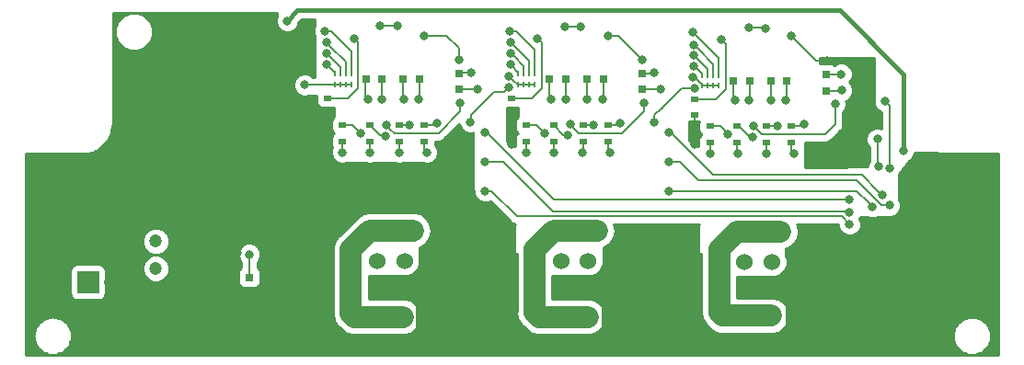
<source format=gbl>
G04 #@! TF.GenerationSoftware,KiCad,Pcbnew,(5.0.0)*
G04 #@! TF.CreationDate,2019-07-10T12:28:10+09:00*
G04 #@! TF.ProjectId,MainCircuit_v2_bottom,4D61696E436972637569745F76325F62,rev?*
G04 #@! TF.SameCoordinates,Original*
G04 #@! TF.FileFunction,Copper,L2,Bot,Signal*
G04 #@! TF.FilePolarity,Positive*
%FSLAX46Y46*%
G04 Gerber Fmt 4.6, Leading zero omitted, Abs format (unit mm)*
G04 Created by KiCad (PCBNEW (5.0.0)) date 07/10/19 12:28:10*
%MOMM*%
%LPD*%
G01*
G04 APERTURE LIST*
G04 #@! TA.AperFunction,ComponentPad*
%ADD10C,1.524000*%
G04 #@! TD*
G04 #@! TA.AperFunction,ComponentPad*
%ADD11C,1.200000*%
G04 #@! TD*
G04 #@! TA.AperFunction,SMDPad,CuDef*
%ADD12R,0.800000X0.700000*%
G04 #@! TD*
G04 #@! TA.AperFunction,ComponentPad*
%ADD13R,2.000000X2.000000*%
G04 #@! TD*
G04 #@! TA.AperFunction,ComponentPad*
%ADD14C,2.000000*%
G04 #@! TD*
G04 #@! TA.AperFunction,SMDPad,CuDef*
%ADD15R,0.700000X0.800000*%
G04 #@! TD*
G04 #@! TA.AperFunction,SMDPad,CuDef*
%ADD16R,0.800000X0.500000*%
G04 #@! TD*
G04 #@! TA.AperFunction,SMDPad,CuDef*
%ADD17R,0.250000X0.500000*%
G04 #@! TD*
G04 #@! TA.AperFunction,ViaPad*
%ADD18C,0.800000*%
G04 #@! TD*
G04 #@! TA.AperFunction,Conductor*
%ADD19C,2.000000*%
G04 #@! TD*
G04 #@! TA.AperFunction,Conductor*
%ADD20C,1.000000*%
G04 #@! TD*
G04 #@! TA.AperFunction,Conductor*
%ADD21C,0.210000*%
G04 #@! TD*
G04 #@! TA.AperFunction,Conductor*
%ADD22C,0.400000*%
G04 #@! TD*
G04 #@! TA.AperFunction,Conductor*
%ADD23C,0.254000*%
G04 #@! TD*
G04 APERTURE END LIST*
D10*
G04 #@! TO.P,J3,2*
G04 #@! TO.N,Net-(C25-Pad1)*
X154250000Y-101650000D03*
G04 #@! TO.P,J3,1*
G04 #@! TO.N,Net-(C24-Pad1)*
X156750000Y-101650000D03*
G04 #@! TD*
D11*
G04 #@! TO.P,SW2,3*
G04 #@! TO.N,GND*
X116950000Y-104850000D03*
G04 #@! TO.P,SW2,2*
G04 #@! TO.N,Net-(Q1-Pad2)*
X116950000Y-102350000D03*
G04 #@! TO.P,SW2,1*
G04 #@! TO.N,Net-(SW2-Pad1)*
X116950000Y-99850000D03*
G04 #@! TD*
D12*
G04 #@! TO.P,C39,1*
G04 #@! TO.N,+BATT*
X125550000Y-103175000D03*
G04 #@! TO.P,C39,2*
G04 #@! TO.N,GND*
X125550000Y-104675000D03*
G04 #@! TD*
D13*
G04 #@! TO.P,J6,1*
G04 #@! TO.N,Net-(J6-Pad1)*
X110700000Y-103600000D03*
D14*
G04 #@! TO.P,J6,2*
G04 #@! TO.N,GND*
X113200000Y-103600000D03*
G04 #@! TD*
D15*
G04 #@! TO.P,C24,1*
G04 #@! TO.N,Net-(C24-Pad1)*
X158125000Y-84950000D03*
G04 #@! TO.P,C24,2*
G04 #@! TO.N,Net-(C24-Pad2)*
X156625000Y-84950000D03*
G04 #@! TD*
G04 #@! TO.P,C22,1*
G04 #@! TO.N,Net-(C22-Pad1)*
X170075000Y-85050000D03*
G04 #@! TO.P,C22,2*
G04 #@! TO.N,Net-(C22-Pad2)*
X171575000Y-85050000D03*
G04 #@! TD*
D12*
G04 #@! TO.P,C16,1*
G04 #@! TO.N,Net-(C16-Pad1)*
X178650000Y-84475000D03*
G04 #@! TO.P,C16,2*
G04 #@! TO.N,Net-(C16-Pad2)*
X178650000Y-85975000D03*
G04 #@! TD*
D16*
G04 #@! TO.P,R18,2*
G04 #@! TO.N,GND*
X166550000Y-88250000D03*
G04 #@! TO.P,R18,1*
G04 #@! TO.N,Net-(IC2-Pad27)*
X166550000Y-86750000D03*
G04 #@! TD*
G04 #@! TO.P,R10,2*
G04 #@! TO.N,Net-(IC1-Pad5)*
X136650000Y-89150000D03*
G04 #@! TO.P,R10,1*
G04 #@! TO.N,Net-(FET2-Pad2)*
X136650000Y-90650000D03*
G04 #@! TD*
G04 #@! TO.P,R19,2*
G04 #@! TO.N,GND*
X149650000Y-88150000D03*
G04 #@! TO.P,R19,1*
G04 #@! TO.N,Net-(IC3-Pad27)*
X149650000Y-86650000D03*
G04 #@! TD*
G04 #@! TO.P,R21,2*
G04 #@! TO.N,Net-(IC2-Pad10)*
X173150000Y-89250000D03*
G04 #@! TO.P,R21,1*
G04 #@! TO.N,Net-(FET3-Pad4)*
X173150000Y-90750000D03*
G04 #@! TD*
G04 #@! TO.P,R8,2*
G04 #@! TO.N,Net-(IC1-Pad12)*
X141650000Y-89150000D03*
G04 #@! TO.P,R8,1*
G04 #@! TO.N,Net-(FET1-Pad2)*
X141650000Y-90650000D03*
G04 #@! TD*
G04 #@! TO.P,R20,2*
G04 #@! TO.N,Net-(IC2-Pad12)*
X175450000Y-89250000D03*
G04 #@! TO.P,R20,1*
G04 #@! TO.N,Net-(FET3-Pad2)*
X175450000Y-90750000D03*
G04 #@! TD*
D17*
G04 #@! TO.P,RN1,2*
G04 #@! TO.N,Net-(IC1-Pad25)*
X133920000Y-84440000D03*
G04 #@! TO.P,RN1,3*
G04 #@! TO.N,Net-(IC1-Pad24)*
X134420000Y-84440000D03*
G04 #@! TO.P,RN1,6*
G04 #@! TO.N,+3V3*
X134420000Y-85440000D03*
G04 #@! TO.P,RN1,7*
X133920000Y-85440000D03*
G04 #@! TO.P,RN1,5*
X134920000Y-85440000D03*
G04 #@! TO.P,RN1,1*
G04 #@! TO.N,Net-(IC1-Pad26)*
X133420000Y-84440000D03*
G04 #@! TO.P,RN1,8*
G04 #@! TO.N,+3V3*
X133420000Y-85440000D03*
G04 #@! TO.P,RN1,4*
G04 #@! TO.N,Net-(IC1-Pad22)*
X134920000Y-84440000D03*
G04 #@! TD*
D12*
G04 #@! TO.P,C6,2*
G04 #@! TO.N,Net-(C6-Pad2)*
X144850000Y-85875000D03*
G04 #@! TO.P,C6,1*
G04 #@! TO.N,Net-(C6-Pad1)*
X144850000Y-84375000D03*
G04 #@! TD*
D15*
G04 #@! TO.P,C9,2*
G04 #@! TO.N,Net-(C9-Pad2)*
X139725000Y-84950000D03*
G04 #@! TO.P,C9,1*
G04 #@! TO.N,Net-(C9-Pad1)*
X141225000Y-84950000D03*
G04 #@! TD*
G04 #@! TO.P,C10,1*
G04 #@! TO.N,Net-(C10-Pad1)*
X136275000Y-84950000D03*
G04 #@! TO.P,C10,2*
G04 #@! TO.N,Net-(C10-Pad2)*
X137775000Y-84950000D03*
G04 #@! TD*
D12*
G04 #@! TO.P,C17,1*
G04 #@! TO.N,Net-(C17-Pad1)*
X161750000Y-84375000D03*
G04 #@! TO.P,C17,2*
G04 #@! TO.N,Net-(C17-Pad2)*
X161750000Y-85875000D03*
G04 #@! TD*
D15*
G04 #@! TO.P,C21,2*
G04 #@! TO.N,Net-(C21-Pad2)*
X173525000Y-85050000D03*
G04 #@! TO.P,C21,1*
G04 #@! TO.N,Net-(C21-Pad1)*
X175025000Y-85050000D03*
G04 #@! TD*
G04 #@! TO.P,C25,1*
G04 #@! TO.N,Net-(C25-Pad1)*
X153175000Y-84950000D03*
G04 #@! TO.P,C25,2*
G04 #@! TO.N,Net-(C25-Pad2)*
X154675000Y-84950000D03*
G04 #@! TD*
D10*
G04 #@! TO.P,J1,2*
G04 #@! TO.N,Net-(C10-Pad1)*
X137350000Y-101650000D03*
G04 #@! TO.P,J1,1*
G04 #@! TO.N,Net-(C9-Pad1)*
X139850000Y-101650000D03*
G04 #@! TD*
G04 #@! TO.P,J2,1*
G04 #@! TO.N,Net-(C21-Pad1)*
X173650000Y-101750000D03*
G04 #@! TO.P,J2,2*
G04 #@! TO.N,Net-(C22-Pad1)*
X171150000Y-101750000D03*
G04 #@! TD*
D16*
G04 #@! TO.P,R7,1*
G04 #@! TO.N,Net-(IC1-Pad27)*
X132750000Y-86650000D03*
G04 #@! TO.P,R7,2*
G04 #@! TO.N,GND*
X132750000Y-88150000D03*
G04 #@! TD*
G04 #@! TO.P,R9,1*
G04 #@! TO.N,Net-(FET1-Pad4)*
X139350000Y-90650000D03*
G04 #@! TO.P,R9,2*
G04 #@! TO.N,Net-(IC1-Pad10)*
X139350000Y-89150000D03*
G04 #@! TD*
G04 #@! TO.P,R11,2*
G04 #@! TO.N,Net-(IC1-Pad3)*
X134150000Y-89150000D03*
G04 #@! TO.P,R11,1*
G04 #@! TO.N,Net-(FET2-Pad4)*
X134150000Y-90650000D03*
G04 #@! TD*
G04 #@! TO.P,R22,2*
G04 #@! TO.N,Net-(IC2-Pad5)*
X170450000Y-89250000D03*
G04 #@! TO.P,R22,1*
G04 #@! TO.N,Net-(FET4-Pad2)*
X170450000Y-90750000D03*
G04 #@! TD*
G04 #@! TO.P,R23,2*
G04 #@! TO.N,Net-(IC2-Pad3)*
X167950000Y-89250000D03*
G04 #@! TO.P,R23,1*
G04 #@! TO.N,Net-(FET4-Pad4)*
X167950000Y-90750000D03*
G04 #@! TD*
G04 #@! TO.P,R24,2*
G04 #@! TO.N,Net-(IC3-Pad12)*
X158550000Y-89150000D03*
G04 #@! TO.P,R24,1*
G04 #@! TO.N,Net-(FET5-Pad2)*
X158550000Y-90650000D03*
G04 #@! TD*
G04 #@! TO.P,R25,1*
G04 #@! TO.N,Net-(FET5-Pad4)*
X156250000Y-90650000D03*
G04 #@! TO.P,R25,2*
G04 #@! TO.N,Net-(IC3-Pad10)*
X156250000Y-89150000D03*
G04 #@! TD*
G04 #@! TO.P,R26,2*
G04 #@! TO.N,Net-(IC3-Pad5)*
X153550000Y-89150000D03*
G04 #@! TO.P,R26,1*
G04 #@! TO.N,Net-(FET6-Pad2)*
X153550000Y-90650000D03*
G04 #@! TD*
G04 #@! TO.P,R27,1*
G04 #@! TO.N,Net-(FET6-Pad4)*
X151050000Y-90650000D03*
G04 #@! TO.P,R27,2*
G04 #@! TO.N,Net-(IC3-Pad3)*
X151050000Y-89150000D03*
G04 #@! TD*
D17*
G04 #@! TO.P,RN2,4*
G04 #@! TO.N,Net-(IC2-Pad22)*
X168720000Y-84540000D03*
G04 #@! TO.P,RN2,8*
G04 #@! TO.N,+3V3*
X167220000Y-85540000D03*
G04 #@! TO.P,RN2,1*
G04 #@! TO.N,Net-(IC2-Pad26)*
X167220000Y-84540000D03*
G04 #@! TO.P,RN2,5*
G04 #@! TO.N,+3V3*
X168720000Y-85540000D03*
G04 #@! TO.P,RN2,7*
X167720000Y-85540000D03*
G04 #@! TO.P,RN2,6*
X168220000Y-85540000D03*
G04 #@! TO.P,RN2,3*
G04 #@! TO.N,Net-(IC2-Pad24)*
X168220000Y-84540000D03*
G04 #@! TO.P,RN2,2*
G04 #@! TO.N,Net-(IC2-Pad25)*
X167720000Y-84540000D03*
G04 #@! TD*
G04 #@! TO.P,RN3,2*
G04 #@! TO.N,Net-(IC3-Pad25)*
X150820000Y-84440000D03*
G04 #@! TO.P,RN3,3*
G04 #@! TO.N,Net-(IC3-Pad24)*
X151320000Y-84440000D03*
G04 #@! TO.P,RN3,6*
G04 #@! TO.N,+3V3*
X151320000Y-85440000D03*
G04 #@! TO.P,RN3,7*
X150820000Y-85440000D03*
G04 #@! TO.P,RN3,5*
X151820000Y-85440000D03*
G04 #@! TO.P,RN3,1*
G04 #@! TO.N,Net-(IC3-Pad26)*
X150320000Y-84440000D03*
G04 #@! TO.P,RN3,8*
G04 #@! TO.N,+3V3*
X150320000Y-85440000D03*
G04 #@! TO.P,RN3,4*
G04 #@! TO.N,Net-(IC3-Pad22)*
X151820000Y-84440000D03*
G04 #@! TD*
D18*
G04 #@! TO.N,+BATT*
X170600000Y-106700000D03*
X173600000Y-106700000D03*
X172600000Y-106700000D03*
X171600000Y-106700000D03*
X153700000Y-106800000D03*
X156700000Y-106800000D03*
X155700000Y-106800000D03*
X154700000Y-106800000D03*
G04 #@! TO.N,GND*
X132750000Y-103150000D03*
X139250000Y-104250000D03*
X132750000Y-102250000D03*
X137250000Y-104250000D03*
X132750000Y-104050000D03*
X132750000Y-90949996D03*
X138250004Y-104250000D03*
X132750000Y-101350000D03*
X156150000Y-104250000D03*
X157150000Y-104250000D03*
X155150004Y-104250000D03*
X154150000Y-104250000D03*
X149650000Y-103150000D03*
X149650000Y-90949996D03*
X149650000Y-102250000D03*
X175450000Y-80975032D03*
X124450000Y-109250000D03*
X124450000Y-100950000D03*
X118630000Y-92970000D03*
X127150000Y-85750000D03*
X174050000Y-104250000D03*
X171050000Y-104250000D03*
X172050004Y-104250000D03*
X173050000Y-104250000D03*
X166550000Y-102250000D03*
X166550000Y-101350000D03*
X166550000Y-90949996D03*
X158550000Y-80904987D03*
X106600000Y-93500000D03*
X182700000Y-88200000D03*
X121800000Y-85100000D03*
X117700000Y-80900000D03*
X114450000Y-86650000D03*
X129200000Y-101400000D03*
X115450000Y-109250000D03*
X105900000Y-106000000D03*
X187400000Y-103300000D03*
X192800000Y-97800000D03*
X177900000Y-91775000D03*
X140250000Y-104250000D03*
X144500000Y-101100000D03*
X161900000Y-99400000D03*
X186800000Y-109500000D03*
X166600000Y-103900000D03*
X166600000Y-103100000D03*
X141650000Y-80904987D03*
X144850000Y-83175000D03*
X161699998Y-83100000D03*
X178700002Y-83200000D03*
X163700000Y-109700000D03*
X162400000Y-109699994D03*
X161300000Y-109700000D03*
X160100000Y-109700000D03*
X174100000Y-109800000D03*
X173000000Y-109800000D03*
X171800000Y-109800000D03*
X170600000Y-109800000D03*
X157200000Y-109700000D03*
X156200000Y-109699998D03*
X155100000Y-109700000D03*
X154000000Y-109700000D03*
X129700000Y-109900000D03*
X128699994Y-109900000D03*
X127699998Y-109900000D03*
X126600000Y-109900000D03*
X140300000Y-109800000D03*
X139200000Y-109800000D03*
X138100000Y-109800000D03*
X137000000Y-109800000D03*
X146600000Y-109900000D03*
X149650000Y-101350000D03*
X149650000Y-104050000D03*
X145500000Y-109900000D03*
X143200000Y-109900000D03*
X144300000Y-109900000D03*
G04 #@! TO.N,+3V3*
X166350000Y-84750000D03*
X149450000Y-84650010D03*
X130650000Y-85450000D03*
G04 #@! TO.N,Net-(C7-Pad1)*
X144950000Y-87150000D03*
X138150000Y-89150000D03*
G04 #@! TO.N,Net-(C16-Pad1)*
X180034979Y-84450000D03*
G04 #@! TO.N,Net-(C16-Pad2)*
X180050000Y-85950000D03*
G04 #@! TO.N,Net-(C17-Pad2)*
X163444990Y-85850000D03*
G04 #@! TO.N,Net-(C17-Pad1)*
X162800000Y-84350000D03*
G04 #@! TO.N,Net-(C18-Pad1)*
X171950000Y-89250000D03*
X179450000Y-87200000D03*
G04 #@! TO.N,Net-(C19-Pad1)*
X161850000Y-87150000D03*
X155066933Y-89073801D03*
G04 #@! TO.N,Net-(C21-Pad1)*
X174943318Y-86850012D03*
G04 #@! TO.N,+BATT*
X140650000Y-98850000D03*
X136650000Y-98850000D03*
X137950000Y-98850000D03*
X139350000Y-98850000D03*
X154850000Y-98850000D03*
X157550000Y-98850000D03*
X156250000Y-98850000D03*
X153550000Y-98850000D03*
X170450000Y-98950000D03*
X171750000Y-98950000D03*
X173150000Y-98950000D03*
X174450000Y-98950000D03*
X125550000Y-101050000D03*
X162850000Y-88850008D03*
X166494988Y-85750000D03*
X149400000Y-85700000D03*
X145900000Y-88850010D03*
X139700000Y-106800000D03*
X138700000Y-106800000D03*
X137700000Y-106800000D03*
X136700000Y-106800000D03*
G04 #@! TO.N,Net-(C24-Pad2)*
X156650000Y-86750000D03*
G04 #@! TO.N,+5V*
X129050000Y-79550000D03*
X185750000Y-91550000D03*
G04 #@! TO.N,Net-(FET1-Pad4)*
X139340000Y-91650000D03*
G04 #@! TO.N,Net-(FET1-Pad2)*
X141880000Y-91650000D03*
G04 #@! TO.N,Net-(FET2-Pad2)*
X136680000Y-91650000D03*
G04 #@! TO.N,Net-(FET2-Pad4)*
X134140000Y-91650000D03*
G04 #@! TO.N,Net-(FET3-Pad4)*
X173140000Y-91750000D03*
G04 #@! TO.N,Net-(FET3-Pad2)*
X175680000Y-91750000D03*
G04 #@! TO.N,Net-(FET4-Pad2)*
X170480000Y-91750000D03*
G04 #@! TO.N,Net-(FET4-Pad4)*
X167940000Y-91750000D03*
G04 #@! TO.N,Net-(FET5-Pad4)*
X156240000Y-91650000D03*
G04 #@! TO.N,Net-(FET5-Pad2)*
X158780000Y-91650000D03*
G04 #@! TO.N,Net-(FET6-Pad2)*
X153580000Y-91650000D03*
G04 #@! TO.N,Net-(FET6-Pad4)*
X151040000Y-91650000D03*
G04 #@! TO.N,Net-(IC1-Pad3)*
X135816059Y-89896671D03*
G04 #@! TO.N,Net-(IC1-Pad5)*
X138108896Y-90149167D03*
G04 #@! TO.N,Net-(IC1-Pad10)*
X140319990Y-89150000D03*
G04 #@! TO.N,Net-(IC1-Pad12)*
X142800000Y-89000012D03*
G04 #@! TO.N,Net-(IC1-Pad22)*
X132494967Y-80491266D03*
G04 #@! TO.N,Net-(IC1-Pad24)*
X132649778Y-81553444D03*
G04 #@! TO.N,Net-(IC1-Pad25)*
X132652086Y-82553453D03*
G04 #@! TO.N,Net-(IC1-Pad26)*
X132630484Y-83553232D03*
G04 #@! TO.N,Net-(IC1-Pad27)*
X135175006Y-81153124D03*
G04 #@! TO.N,Net-(IC2-Pad27)*
X168975006Y-81253124D03*
G04 #@! TO.N,Net-(IC2-Pad26)*
X166422699Y-83749652D03*
G04 #@! TO.N,Net-(IC2-Pad25)*
X166450000Y-82750013D03*
G04 #@! TO.N,Net-(IC2-Pad24)*
X166450000Y-81750013D03*
G04 #@! TO.N,Net-(IC2-Pad22)*
X166380033Y-80590715D03*
G04 #@! TO.N,Net-(IC2-Pad12)*
X176600000Y-89100012D03*
G04 #@! TO.N,Net-(IC2-Pad10)*
X174119990Y-89250000D03*
G04 #@! TO.N,Net-(IC2-Pad5)*
X171904582Y-90248980D03*
G04 #@! TO.N,Net-(IC2-Pad3)*
X169617545Y-90000541D03*
G04 #@! TO.N,Net-(IC3-Pad27)*
X152075006Y-81153124D03*
G04 #@! TO.N,Net-(IC3-Pad26)*
X149615021Y-83530179D03*
G04 #@! TO.N,Net-(IC3-Pad25)*
X149615021Y-82521496D03*
G04 #@! TO.N,Net-(IC3-Pad24)*
X149615021Y-81507829D03*
G04 #@! TO.N,Net-(IC3-Pad22)*
X149522618Y-80481237D03*
G04 #@! TO.N,Net-(IC3-Pad12)*
X159700000Y-89000012D03*
G04 #@! TO.N,Net-(IC3-Pad10)*
X157219990Y-89150000D03*
G04 #@! TO.N,Net-(IC3-Pad5)*
X154850000Y-90050000D03*
G04 #@! TO.N,Net-(IC3-Pad3)*
X152716059Y-89896671D03*
G04 #@! TO.N,Net-(C24-Pad1)*
X158043318Y-86750012D03*
G04 #@! TO.N,Net-(C6-Pad2)*
X146544990Y-85850000D03*
G04 #@! TO.N,Net-(C6-Pad1)*
X146000000Y-84350000D03*
G04 #@! TO.N,Net-(C9-Pad2)*
X139750000Y-86750000D03*
G04 #@! TO.N,Net-(C9-Pad1)*
X141143318Y-86750012D03*
G04 #@! TO.N,Net-(C10-Pad2)*
X137750000Y-86750002D03*
G04 #@! TO.N,Net-(C21-Pad2)*
X173550000Y-86850000D03*
G04 #@! TO.N,Net-(C22-Pad2)*
X171550000Y-86850002D03*
G04 #@! TO.N,Net-(C25-Pad2)*
X154650000Y-86750002D03*
G04 #@! TO.N,DIR_MAXON1_B*
X184050000Y-86950000D03*
X184496541Y-93154316D03*
G04 #@! TO.N,SR_MAXON1_B*
X183350000Y-90450000D03*
X183510144Y-92989864D03*
G04 #@! TO.N,PWM_MAXON1_B*
X173050000Y-80250000D03*
X171539988Y-80150000D03*
G04 #@! TO.N,PWM_MAXON2_B*
X154639988Y-80050000D03*
X156050000Y-80050000D03*
X164150000Y-95250000D03*
X182900000Y-96700000D03*
G04 #@! TO.N,SR_MAXON2_B*
X164150000Y-92550000D03*
X184450000Y-96550000D03*
G04 #@! TO.N,DIR_MAXON2_B*
X164150000Y-89850000D03*
X183798518Y-95601482D03*
G04 #@! TO.N,DIR_VCM_B*
X147250000Y-89850000D03*
X180800000Y-95999999D03*
G04 #@! TO.N,SR_VCM_B*
X180800000Y-97200000D03*
X147250000Y-92550000D03*
G04 #@! TO.N,PWM_VCM_B*
X180800000Y-98300000D03*
X147250000Y-95250000D03*
X139200000Y-80000000D03*
X137600000Y-80000000D03*
G04 #@! TO.N,Net-(C10-Pad1)*
X136450000Y-86750002D03*
G04 #@! TO.N,Net-(C22-Pad1)*
X170250000Y-86850000D03*
G04 #@! TO.N,Net-(C25-Pad1)*
X153350000Y-86750002D03*
G04 #@! TD*
D19*
G04 #@! TO.N,+BATT*
X171900000Y-106700000D02*
X172600000Y-106700000D01*
X169100000Y-106700000D02*
X171900000Y-106700000D01*
X172600000Y-106700000D02*
X173600000Y-106700000D01*
X155000000Y-106800000D02*
X155700000Y-106800000D01*
X151900000Y-106500000D02*
X152200000Y-106800000D01*
X152200000Y-106800000D02*
X155000000Y-106800000D01*
X155700000Y-106800000D02*
X156700000Y-106800000D01*
D20*
G04 #@! TO.N,GND*
X171050000Y-104200000D02*
X174050000Y-104200000D01*
X154150000Y-104200000D02*
X157150000Y-104200000D01*
D21*
X132750000Y-88250000D02*
X132750000Y-90949996D01*
X149650000Y-88250000D02*
X149650000Y-90949996D01*
X124475000Y-104675000D02*
X124450000Y-104650000D01*
X124450000Y-104650000D02*
X124450000Y-109250000D01*
X125550000Y-104675000D02*
X124475000Y-104675000D01*
X124450000Y-100950000D02*
X124450000Y-104650000D01*
D22*
X122700000Y-85750000D02*
X118630000Y-89820000D01*
X127150000Y-85750000D02*
X122700000Y-85750000D01*
X118630000Y-89820000D02*
X118630000Y-92970000D01*
D21*
X166550000Y-88250000D02*
X166550000Y-90949996D01*
D22*
X124450000Y-100384315D02*
X124450000Y-100950000D01*
X124450000Y-99300000D02*
X124450000Y-100384315D01*
X118630000Y-92970000D02*
X118630000Y-93480000D01*
X118630000Y-93480000D02*
X124450000Y-99300000D01*
D20*
X137250000Y-104250000D02*
X140250000Y-104250000D01*
D21*
X142215685Y-80904987D02*
X142220672Y-80900000D01*
X141650000Y-80904987D02*
X142215685Y-80904987D01*
X142220672Y-80900000D02*
X143700000Y-80900000D01*
X143700000Y-80900000D02*
X144850000Y-82050000D01*
X144850000Y-82050000D02*
X144850000Y-83175000D01*
X159504985Y-80904987D02*
X161299999Y-82700001D01*
X161299999Y-82700001D02*
X161699998Y-83100000D01*
X158550000Y-80904987D02*
X159504985Y-80904987D01*
X175450000Y-80975032D02*
X177674968Y-83200000D01*
X178134317Y-83200000D02*
X178700002Y-83200000D01*
X177674968Y-83200000D02*
X178134317Y-83200000D01*
D20*
X163700000Y-109700000D02*
X162400006Y-109700000D01*
X162400006Y-109700000D02*
X162400000Y-109699994D01*
X162400000Y-109699994D02*
X161300006Y-109699994D01*
X161300006Y-109699994D02*
X161300000Y-109700000D01*
X161300000Y-109700000D02*
X160100000Y-109700000D01*
X175400000Y-108500000D02*
X174499999Y-109400001D01*
X174499999Y-109400001D02*
X174100000Y-109800000D01*
X175400000Y-105600000D02*
X175400000Y-108500000D01*
X174050000Y-104250000D02*
X175400000Y-105600000D01*
X174100000Y-109800000D02*
X173000000Y-109800000D01*
X173000000Y-109800000D02*
X171800000Y-109800000D01*
X171800000Y-109800000D02*
X170600000Y-109800000D01*
X158500000Y-105600000D02*
X158500000Y-108400000D01*
X157150000Y-104250000D02*
X158500000Y-105600000D01*
X158500000Y-108400000D02*
X157599999Y-109300001D01*
X157599999Y-109300001D02*
X157200000Y-109700000D01*
X157200000Y-109700000D02*
X156200002Y-109700000D01*
X156200002Y-109700000D02*
X156200000Y-109699998D01*
X156200000Y-109699998D02*
X155100002Y-109699998D01*
X155100002Y-109699998D02*
X155100000Y-109700000D01*
X155100000Y-109700000D02*
X154000000Y-109700000D01*
X129700000Y-109900000D02*
X128699994Y-109900000D01*
X128699994Y-109900000D02*
X127699998Y-109900000D01*
X127699998Y-109900000D02*
X126600000Y-109900000D01*
X141400011Y-108699989D02*
X140699999Y-109400001D01*
X140699999Y-109400001D02*
X140300000Y-109800000D01*
X140250000Y-104250000D02*
X141400011Y-105400011D01*
X141400011Y-105400011D02*
X141400011Y-108699989D01*
X140300000Y-109800000D02*
X139200000Y-109800000D01*
X139200000Y-109800000D02*
X138100000Y-109800000D01*
X138100000Y-109800000D02*
X137000000Y-109800000D01*
X132750000Y-101350000D02*
X132750000Y-104050000D01*
X166550000Y-103850000D02*
X166600000Y-103900000D01*
X166550000Y-101350000D02*
X166550000Y-103850000D01*
X146600000Y-109900000D02*
X145500000Y-109900000D01*
X145500000Y-109900000D02*
X144300000Y-109900000D01*
X143200000Y-109900000D02*
X144300000Y-109900000D01*
X149650000Y-101350000D02*
X149650000Y-104050000D01*
X149650000Y-106850000D02*
X146600000Y-109900000D01*
X149650000Y-104050000D02*
X149650000Y-106850000D01*
X164800000Y-109700000D02*
X163700000Y-109700000D01*
X166600000Y-103900000D02*
X166600000Y-107900000D01*
X166600000Y-107900000D02*
X164800000Y-109700000D01*
X132750000Y-106850000D02*
X129700000Y-109900000D01*
X132750000Y-104050000D02*
X132750000Y-106850000D01*
D21*
G04 #@! TO.N,+3V3*
X133420000Y-85440000D02*
X134920000Y-85440000D01*
X150320000Y-85440000D02*
X151820000Y-85440000D01*
X167220000Y-85540000D02*
X168720000Y-85540000D01*
X168385000Y-85540000D02*
X168720000Y-85540000D01*
X167295998Y-85540000D02*
X168385000Y-85540000D01*
X166505998Y-84750000D02*
X167295998Y-85540000D01*
X166350000Y-84750000D02*
X166505998Y-84750000D01*
X150239990Y-85440000D02*
X149849999Y-85050009D01*
X149849999Y-85050009D02*
X149450000Y-84650010D01*
X151820000Y-85440000D02*
X150239990Y-85440000D01*
X131215685Y-85450000D02*
X130650000Y-85450000D01*
X133600000Y-85450000D02*
X131215685Y-85450000D01*
G04 #@! TO.N,Net-(C7-Pad1)*
X142965673Y-89900000D02*
X138900000Y-89900000D01*
X138900000Y-89900000D02*
X138549999Y-89549999D01*
X144950000Y-87915673D02*
X142965673Y-89900000D01*
X144950000Y-87150000D02*
X144950000Y-87915673D01*
X138549999Y-89549999D02*
X138150000Y-89150000D01*
G04 #@! TO.N,Net-(C16-Pad1)*
X180009979Y-84475000D02*
X180034979Y-84450000D01*
X178650000Y-84475000D02*
X180009979Y-84475000D01*
G04 #@! TO.N,Net-(C16-Pad2)*
X178650000Y-85975000D02*
X180025000Y-85975000D01*
X180025000Y-85975000D02*
X180050000Y-85950000D01*
G04 #@! TO.N,Net-(C17-Pad2)*
X161750000Y-85875000D02*
X163125000Y-85875000D01*
G04 #@! TO.N,Net-(C17-Pad1)*
X162775000Y-84375000D02*
X162800000Y-84350000D01*
X161750000Y-84375000D02*
X162775000Y-84375000D01*
G04 #@! TO.N,Net-(C18-Pad1)*
X171950000Y-89250000D02*
X172700000Y-90000000D01*
X179450000Y-87200000D02*
X179450000Y-87765685D01*
X178550000Y-90000000D02*
X179450000Y-89100000D01*
X172700000Y-90000000D02*
X178550000Y-90000000D01*
X179450000Y-87765685D02*
X179450000Y-89100000D01*
G04 #@! TO.N,Net-(C19-Pad1)*
X159865673Y-89900000D02*
X155893132Y-89900000D01*
X155466932Y-89473800D02*
X155066933Y-89073801D01*
X161850000Y-87915673D02*
X159865673Y-89900000D01*
X161850000Y-87150000D02*
X161850000Y-87915673D01*
X155893132Y-89900000D02*
X155466932Y-89473800D01*
G04 #@! TO.N,Net-(C21-Pad1)*
X175025000Y-86768330D02*
X174943318Y-86850012D01*
X175025000Y-85050000D02*
X175025000Y-86768330D01*
G04 #@! TO.N,+BATT*
X125550000Y-103175000D02*
X125550000Y-101050000D01*
X162850000Y-88250000D02*
X162850000Y-88284323D01*
X163550000Y-87650000D02*
X163449999Y-87650001D01*
X162850000Y-88284323D02*
X162850000Y-88850008D01*
X163449999Y-87650001D02*
X162850000Y-88250000D01*
X165929303Y-85750000D02*
X166494988Y-85750000D01*
X165350000Y-85750000D02*
X165929303Y-85750000D01*
X163449999Y-87650001D02*
X165350000Y-85750000D01*
D19*
X140650000Y-98850000D02*
X136650000Y-98850000D01*
X157550000Y-98850000D02*
X153550000Y-98850000D01*
X153550000Y-98850000D02*
X151800000Y-100600000D01*
X174450000Y-98950000D02*
X170450000Y-98950000D01*
X170450000Y-98950000D02*
X168800000Y-100600000D01*
D21*
X149000001Y-86099999D02*
X149400000Y-85700000D01*
X148100001Y-86099999D02*
X149000001Y-86099999D01*
X145955012Y-88850008D02*
X145955012Y-88244988D01*
X145955012Y-88244988D02*
X148100001Y-86099999D01*
D19*
X135200000Y-106800000D02*
X138000000Y-106800000D01*
X134900000Y-106500000D02*
X135200000Y-106800000D01*
X134900000Y-100600000D02*
X134900000Y-106500000D01*
X136650000Y-98850000D02*
X134900000Y-100600000D01*
X138700000Y-106800000D02*
X139700000Y-106800000D01*
X138000000Y-106800000D02*
X138700000Y-106800000D01*
X138000000Y-106800000D02*
X138000000Y-106800000D01*
X168800000Y-106400000D02*
X169100000Y-106700000D01*
X168800000Y-104200000D02*
X168800000Y-106400000D01*
X168800000Y-100600000D02*
X168800000Y-104200000D01*
X168800000Y-104200000D02*
X168800000Y-105800000D01*
X151800000Y-104100000D02*
X151800000Y-106400000D01*
X151800000Y-106400000D02*
X152200000Y-106800000D01*
X151800000Y-100600000D02*
X151800000Y-104100000D01*
X151800000Y-104100000D02*
X151800000Y-105800000D01*
D21*
G04 #@! TO.N,Net-(C24-Pad2)*
X156625000Y-84950000D02*
X156625000Y-86725000D01*
D22*
G04 #@! TO.N,+5V*
X185750000Y-90984315D02*
X185750000Y-91550000D01*
X185750000Y-84450000D02*
X185750000Y-90984315D01*
X179900000Y-78600000D02*
X185750000Y-84450000D01*
X129050000Y-79550000D02*
X130000000Y-78600000D01*
X130000000Y-78600000D02*
X179900000Y-78600000D01*
D21*
G04 #@! TO.N,Net-(FET1-Pad4)*
X139350000Y-90650000D02*
X139350000Y-91640000D01*
G04 #@! TO.N,Net-(FET1-Pad2)*
X141650000Y-90650000D02*
X141650000Y-91420000D01*
G04 #@! TO.N,Net-(FET2-Pad2)*
X136650000Y-90650000D02*
X136650000Y-91620000D01*
G04 #@! TO.N,Net-(FET2-Pad4)*
X134150000Y-90650000D02*
X134150000Y-91640000D01*
G04 #@! TO.N,Net-(FET3-Pad4)*
X173150000Y-90750000D02*
X173150000Y-91740000D01*
X173150000Y-91740000D02*
X173140000Y-91750000D01*
G04 #@! TO.N,Net-(FET3-Pad2)*
X175450000Y-90750000D02*
X175450000Y-91520000D01*
X175450000Y-91520000D02*
X175680000Y-91750000D01*
G04 #@! TO.N,Net-(FET4-Pad2)*
X170450000Y-90750000D02*
X170450000Y-91720000D01*
X170450000Y-91720000D02*
X170480000Y-91750000D01*
G04 #@! TO.N,Net-(FET4-Pad4)*
X167950000Y-90750000D02*
X167950000Y-91740000D01*
X167950000Y-91740000D02*
X167940000Y-91750000D01*
G04 #@! TO.N,Net-(FET5-Pad4)*
X156250000Y-90650000D02*
X156250000Y-91640000D01*
G04 #@! TO.N,Net-(FET5-Pad2)*
X158550000Y-90650000D02*
X158550000Y-91420000D01*
G04 #@! TO.N,Net-(FET6-Pad2)*
X153550000Y-90650000D02*
X153550000Y-91620000D01*
G04 #@! TO.N,Net-(FET6-Pad4)*
X151050000Y-90650000D02*
X151050000Y-91640000D01*
G04 #@! TO.N,Net-(IC1-Pad3)*
X135069388Y-89150000D02*
X135416060Y-89496672D01*
X135416060Y-89496672D02*
X135816059Y-89896671D01*
X134150000Y-89150000D02*
X135069388Y-89150000D01*
G04 #@! TO.N,Net-(IC1-Pad5)*
X137550000Y-90050000D02*
X136650000Y-89150000D01*
X137950000Y-90050000D02*
X137550000Y-90050000D01*
G04 #@! TO.N,Net-(IC1-Pad10)*
X139350000Y-89150000D02*
X140319990Y-89150000D01*
G04 #@! TO.N,Net-(IC1-Pad12)*
X141650000Y-89150000D02*
X142650012Y-89150000D01*
G04 #@! TO.N,Net-(IC1-Pad22)*
X133060652Y-80491266D02*
X132494967Y-80491266D01*
X134920000Y-82350614D02*
X133060652Y-80491266D01*
X134920000Y-84440000D02*
X134920000Y-82350614D01*
G04 #@! TO.N,Net-(IC1-Pad24)*
X134420000Y-84440000D02*
X134420000Y-83323666D01*
X133049777Y-81953443D02*
X132649778Y-81553444D01*
X134420000Y-83323666D02*
X133049777Y-81953443D01*
G04 #@! TO.N,Net-(IC1-Pad25)*
X133920000Y-83821367D02*
X133052085Y-82953452D01*
X133920000Y-84440000D02*
X133920000Y-83821367D01*
X133052085Y-82953452D02*
X132652086Y-82553453D01*
G04 #@! TO.N,Net-(IC1-Pad26)*
X133420000Y-84315000D02*
X132754652Y-83649652D01*
X133420000Y-84440000D02*
X133420000Y-84315000D01*
G04 #@! TO.N,Net-(IC1-Pad27)*
X132750000Y-86650000D02*
X134650000Y-86650000D01*
X135575005Y-81553123D02*
X135175006Y-81153124D01*
X134650000Y-86650000D02*
X135575005Y-85724995D01*
X135575005Y-85724995D02*
X135575005Y-81553123D01*
G04 #@! TO.N,Net-(IC2-Pad27)*
X169375005Y-85824995D02*
X169375005Y-81653123D01*
X169375005Y-81653123D02*
X168975006Y-81253124D01*
X168450000Y-86750000D02*
X169375005Y-85824995D01*
X166550000Y-86750000D02*
X168450000Y-86750000D01*
G04 #@! TO.N,Net-(IC2-Pad26)*
X167220000Y-84415000D02*
X166554652Y-83749652D01*
X166554652Y-83749652D02*
X166422699Y-83749652D01*
X167220000Y-84540000D02*
X167220000Y-84415000D01*
G04 #@! TO.N,Net-(IC2-Pad25)*
X166849999Y-83150012D02*
X166450000Y-82750013D01*
X167720000Y-84540000D02*
X167720000Y-84020013D01*
X167720000Y-84020013D02*
X166849999Y-83150012D01*
G04 #@! TO.N,Net-(IC2-Pad24)*
X166849999Y-82150012D02*
X166450000Y-81750013D01*
X168220000Y-83520013D02*
X166849999Y-82150012D01*
X168220000Y-84540000D02*
X168220000Y-83520013D01*
G04 #@! TO.N,Net-(IC2-Pad22)*
X168720000Y-84540000D02*
X168720000Y-82930682D01*
X166780032Y-80990714D02*
X166380033Y-80590715D01*
X168720000Y-82930682D02*
X166780032Y-80990714D01*
G04 #@! TO.N,Net-(IC2-Pad12)*
X175450000Y-89250000D02*
X176450012Y-89250000D01*
X176450012Y-89250000D02*
X176600000Y-89100012D01*
G04 #@! TO.N,Net-(IC2-Pad10)*
X173150000Y-89250000D02*
X174119990Y-89250000D01*
G04 #@! TO.N,Net-(IC2-Pad5)*
X171598980Y-90248980D02*
X171904582Y-90248980D01*
X170450000Y-89250000D02*
X170600000Y-89250000D01*
X170600000Y-89250000D02*
X171598980Y-90248980D01*
G04 #@! TO.N,Net-(IC2-Pad3)*
X169217546Y-89600542D02*
X169617545Y-90000541D01*
X168867004Y-89250000D02*
X169217546Y-89600542D01*
X167950000Y-89250000D02*
X168867004Y-89250000D01*
G04 #@! TO.N,Net-(IC3-Pad27)*
X152475005Y-85724995D02*
X152475005Y-81553123D01*
X151550000Y-86650000D02*
X152475005Y-85724995D01*
X152475005Y-81553123D02*
X152075006Y-81153124D01*
X149650000Y-86650000D02*
X151550000Y-86650000D01*
G04 #@! TO.N,Net-(IC3-Pad26)*
X150320000Y-84315000D02*
X149654652Y-83649652D01*
X150320000Y-84440000D02*
X150320000Y-84315000D01*
G04 #@! TO.N,Net-(IC3-Pad25)*
X150015020Y-82921495D02*
X149615021Y-82521496D01*
X150820000Y-83726475D02*
X150015020Y-82921495D01*
X150820000Y-84440000D02*
X150820000Y-83726475D01*
G04 #@! TO.N,Net-(IC3-Pad24)*
X150015020Y-81907828D02*
X149615021Y-81507829D01*
X151320000Y-84440000D02*
X151320000Y-83212808D01*
X151320000Y-83212808D02*
X150015020Y-81907828D01*
G04 #@! TO.N,Net-(IC3-Pad22)*
X150088303Y-80481237D02*
X149522618Y-80481237D01*
X151820000Y-82212934D02*
X150088303Y-80481237D01*
X151820000Y-84440000D02*
X151820000Y-82212934D01*
G04 #@! TO.N,Net-(IC3-Pad12)*
X158550000Y-89150000D02*
X159550012Y-89150000D01*
G04 #@! TO.N,Net-(IC3-Pad10)*
X156250000Y-89150000D02*
X157219990Y-89150000D01*
G04 #@! TO.N,Net-(IC3-Pad5)*
X154450000Y-90050000D02*
X153550000Y-89150000D01*
X154850000Y-90050000D02*
X154450000Y-90050000D01*
G04 #@! TO.N,Net-(IC3-Pad3)*
X152316060Y-89496672D02*
X152716059Y-89896671D01*
X151969388Y-89150000D02*
X152316060Y-89496672D01*
X151050000Y-89150000D02*
X151969388Y-89150000D01*
G04 #@! TO.N,Net-(C24-Pad1)*
X158125000Y-84950000D02*
X158125000Y-86668330D01*
G04 #@! TO.N,Net-(C6-Pad2)*
X144850000Y-85875000D02*
X146225000Y-85875000D01*
G04 #@! TO.N,Net-(C6-Pad1)*
X144875000Y-84350000D02*
X146000000Y-84350000D01*
G04 #@! TO.N,Net-(C9-Pad2)*
X139725000Y-84950000D02*
X139725000Y-86725000D01*
G04 #@! TO.N,Net-(C9-Pad1)*
X141225000Y-84950000D02*
X141225000Y-86668330D01*
G04 #@! TO.N,Net-(C10-Pad2)*
X137775000Y-84950000D02*
X137775000Y-86725002D01*
G04 #@! TO.N,Net-(C21-Pad2)*
X173525000Y-86825000D02*
X173550000Y-86850000D01*
X173525000Y-85050000D02*
X173525000Y-86825000D01*
G04 #@! TO.N,Net-(C22-Pad2)*
X171575000Y-86825002D02*
X171550000Y-86850002D01*
X171575000Y-85050000D02*
X171575000Y-86825002D01*
G04 #@! TO.N,Net-(C25-Pad2)*
X154675000Y-84950000D02*
X154675000Y-86725002D01*
G04 #@! TO.N,DIR_MAXON1_B*
X184050000Y-86950000D02*
X184496541Y-87396541D01*
X184496541Y-92588631D02*
X184496541Y-93154316D01*
X184496541Y-87396541D02*
X184496541Y-92588631D01*
G04 #@! TO.N,SR_MAXON1_B*
X183350000Y-92829720D02*
X183510144Y-92989864D01*
X183350000Y-90450000D02*
X183350000Y-92829720D01*
G04 #@! TO.N,PWM_MAXON1_B*
X172950000Y-80150000D02*
X173050000Y-80250000D01*
X171539988Y-80150000D02*
X172950000Y-80150000D01*
G04 #@! TO.N,PWM_MAXON2_B*
X154639988Y-80050000D02*
X156050000Y-80050000D01*
X156050000Y-80050000D02*
X156050000Y-80050000D01*
X182500001Y-96300001D02*
X182900000Y-96700000D01*
X164150000Y-95250000D02*
X181450000Y-95250000D01*
X181450000Y-95250000D02*
X182500001Y-96300001D01*
G04 #@! TO.N,SR_MAXON2_B*
X183884315Y-96550000D02*
X184450000Y-96550000D01*
X183750000Y-96550000D02*
X183884315Y-96550000D01*
X181439989Y-94239989D02*
X183750000Y-96550000D01*
X166889989Y-94239989D02*
X181439989Y-94239989D01*
X164150000Y-92550000D02*
X165200000Y-92550000D01*
X165200000Y-92550000D02*
X166889989Y-94239989D01*
G04 #@! TO.N,DIR_MAXON2_B*
X164150000Y-89850000D02*
X164300000Y-89850000D01*
X168200000Y-93750000D02*
X181947036Y-93750000D01*
X164300000Y-89850000D02*
X168200000Y-93750000D01*
X181947036Y-93750000D02*
X183398519Y-95201483D01*
X183398519Y-95201483D02*
X183798518Y-95601482D01*
G04 #@! TO.N,DIR_VCM_B*
X147400000Y-89850000D02*
X153549999Y-95999999D01*
X153549999Y-95999999D02*
X180234315Y-95999999D01*
X147250000Y-89850000D02*
X147400000Y-89850000D01*
X180234315Y-95999999D02*
X180800000Y-95999999D01*
G04 #@! TO.N,SR_VCM_B*
X148950000Y-92550000D02*
X147250000Y-92550000D01*
X153500000Y-97100000D02*
X148950000Y-92550000D01*
X180800000Y-97200000D02*
X180700000Y-97100000D01*
X180700000Y-97100000D02*
X153500000Y-97100000D01*
G04 #@! TO.N,PWM_VCM_B*
X139200000Y-80000000D02*
X137600000Y-80000000D01*
X147860000Y-95250000D02*
X147250000Y-95250000D01*
X180800000Y-98300000D02*
X180044989Y-97544989D01*
X150154989Y-97544989D02*
X147860000Y-95250000D01*
X180044989Y-97544989D02*
X150154989Y-97544989D01*
G04 #@! TO.N,Net-(C10-Pad1)*
X136250000Y-86550002D02*
X136250000Y-84975000D01*
G04 #@! TO.N,Net-(C22-Pad1)*
X170050000Y-85075000D02*
X170075000Y-85050000D01*
X170250000Y-86850000D02*
X170050000Y-86650000D01*
X170050000Y-86650000D02*
X170050000Y-85075000D01*
G04 #@! TO.N,Net-(C25-Pad1)*
X153150000Y-84975000D02*
X153175000Y-84950000D01*
X153350000Y-86750002D02*
X153150000Y-86550002D01*
X153150000Y-86550002D02*
X153150000Y-84975000D01*
G04 #@! TD*
D23*
G04 #@! TO.N,GND*
G36*
X128073000Y-79204101D02*
X128015000Y-79344126D01*
X128015000Y-79755874D01*
X128073000Y-79895899D01*
X128073000Y-79900000D01*
X128082667Y-79948601D01*
X128110197Y-79989803D01*
X128112547Y-79991373D01*
X128172569Y-80136280D01*
X128463720Y-80427431D01*
X128844126Y-80585000D01*
X129255874Y-80585000D01*
X129636280Y-80427431D01*
X129927431Y-80136280D01*
X130085000Y-79755874D01*
X130085000Y-79695867D01*
X130345868Y-79435000D01*
X131573000Y-79435000D01*
X131573000Y-80012506D01*
X131459967Y-80285392D01*
X131459967Y-80697140D01*
X131573000Y-80970026D01*
X131573000Y-84710000D01*
X131373711Y-84710000D01*
X131236280Y-84572569D01*
X130855874Y-84415000D01*
X130444126Y-84415000D01*
X130063720Y-84572569D01*
X129772569Y-84863720D01*
X129615000Y-85244126D01*
X129615000Y-85655874D01*
X129772569Y-86036280D01*
X130063720Y-86327431D01*
X130208627Y-86387453D01*
X130210197Y-86389803D01*
X130251399Y-86417333D01*
X130300000Y-86427000D01*
X130304101Y-86427000D01*
X130444126Y-86485000D01*
X130855874Y-86485000D01*
X130995899Y-86427000D01*
X131702560Y-86427000D01*
X131702560Y-86900000D01*
X131751843Y-87147765D01*
X131892191Y-87357809D01*
X132102235Y-87498157D01*
X132350000Y-87547440D01*
X133150000Y-87547440D01*
X133383399Y-87501014D01*
X133374166Y-88387417D01*
X133292191Y-88442191D01*
X133151843Y-88652235D01*
X133102560Y-88900000D01*
X133102560Y-89400000D01*
X133151843Y-89647765D01*
X133292191Y-89857809D01*
X133355334Y-89900000D01*
X133292191Y-89942191D01*
X133151843Y-90152235D01*
X133102560Y-90400000D01*
X133102560Y-90900000D01*
X133151843Y-91147765D01*
X133198706Y-91217900D01*
X133105000Y-91444126D01*
X133105000Y-91855874D01*
X133262569Y-92236280D01*
X133553720Y-92527431D01*
X133934126Y-92685000D01*
X134345874Y-92685000D01*
X134485899Y-92627000D01*
X136334101Y-92627000D01*
X136474126Y-92685000D01*
X136885874Y-92685000D01*
X137025899Y-92627000D01*
X138994101Y-92627000D01*
X139134126Y-92685000D01*
X139545874Y-92685000D01*
X139685899Y-92627000D01*
X141534101Y-92627000D01*
X141674126Y-92685000D01*
X142085874Y-92685000D01*
X142466280Y-92527431D01*
X142757431Y-92236280D01*
X142915000Y-91855874D01*
X142915000Y-91444126D01*
X142757431Y-91063720D01*
X142680230Y-90986519D01*
X142697440Y-90900000D01*
X142697440Y-90640000D01*
X142892792Y-90640000D01*
X142965673Y-90654497D01*
X143038554Y-90640000D01*
X143254407Y-90597064D01*
X143499183Y-90433510D01*
X143540469Y-90371721D01*
X144865000Y-89047191D01*
X144865000Y-89055884D01*
X145022569Y-89436290D01*
X145313720Y-89727441D01*
X145694126Y-89885010D01*
X146105874Y-89885010D01*
X146173000Y-89857206D01*
X146173000Y-95100000D01*
X146182667Y-95148601D01*
X146210197Y-95189803D01*
X146215000Y-95193012D01*
X146215000Y-95455874D01*
X146372569Y-95836280D01*
X146663720Y-96127431D01*
X147044126Y-96285000D01*
X147455874Y-96285000D01*
X147733491Y-96170008D01*
X149580195Y-98016713D01*
X149621479Y-98078499D01*
X149866255Y-98242053D01*
X150060917Y-98280774D01*
X150051399Y-98282667D01*
X150010197Y-98310197D01*
X149982667Y-98351399D01*
X149973000Y-98400000D01*
X149973000Y-100900000D01*
X149982667Y-100948601D01*
X150010197Y-100989803D01*
X150051399Y-101017333D01*
X150100000Y-101027000D01*
X150165000Y-101027000D01*
X150165001Y-103938965D01*
X150165000Y-103938970D01*
X150165000Y-105961031D01*
X150165001Y-105961035D01*
X150165001Y-106238966D01*
X150132969Y-106400000D01*
X150233594Y-106905874D01*
X150259865Y-107037945D01*
X150621232Y-107578769D01*
X150757748Y-107669986D01*
X150930012Y-107842250D01*
X151021231Y-107978769D01*
X151562055Y-108340136D01*
X152038969Y-108435000D01*
X152038970Y-108435000D01*
X152199999Y-108467031D01*
X152361029Y-108435000D01*
X156861031Y-108435000D01*
X157337945Y-108340136D01*
X157878769Y-107978769D01*
X158240136Y-107437945D01*
X158367031Y-106800000D01*
X158240136Y-106162055D01*
X157878769Y-105621231D01*
X157337945Y-105259864D01*
X156861031Y-105165000D01*
X153435000Y-105165000D01*
X153435000Y-103027000D01*
X153923835Y-103027000D01*
X153972119Y-103047000D01*
X154527881Y-103047000D01*
X154576165Y-103027000D01*
X156423835Y-103027000D01*
X156472119Y-103047000D01*
X157027881Y-103047000D01*
X157541337Y-102834320D01*
X157934320Y-102441337D01*
X158147000Y-101927881D01*
X158147000Y-101372119D01*
X158127000Y-101323835D01*
X158127000Y-100402259D01*
X158187945Y-100390136D01*
X158728769Y-100028769D01*
X159090136Y-99487945D01*
X159217031Y-98850000D01*
X159104643Y-98284989D01*
X166947924Y-98284989D01*
X166910197Y-98310197D01*
X166882667Y-98351399D01*
X166873000Y-98400000D01*
X166873000Y-100900000D01*
X166882667Y-100948601D01*
X166910197Y-100989803D01*
X166951399Y-101017333D01*
X167000000Y-101027000D01*
X167165000Y-101027000D01*
X167165001Y-104038965D01*
X167165000Y-104038970D01*
X167165000Y-105961031D01*
X167165001Y-105961035D01*
X167165001Y-106238966D01*
X167132969Y-106400000D01*
X167233594Y-106905874D01*
X167259865Y-107037945D01*
X167621232Y-107578769D01*
X167757748Y-107669986D01*
X167830012Y-107742250D01*
X167921231Y-107878769D01*
X168462055Y-108240136D01*
X168938969Y-108335000D01*
X168938970Y-108335000D01*
X169099999Y-108367031D01*
X169261029Y-108335000D01*
X173761031Y-108335000D01*
X174237945Y-108240136D01*
X174778769Y-107878769D01*
X175140136Y-107337945D01*
X175267031Y-106700000D01*
X175140136Y-106062055D01*
X174778769Y-105521231D01*
X174237945Y-105159864D01*
X173761031Y-105065000D01*
X170435000Y-105065000D01*
X170435000Y-103127000D01*
X170823835Y-103127000D01*
X170872119Y-103147000D01*
X171427881Y-103147000D01*
X171476165Y-103127000D01*
X173323835Y-103127000D01*
X173372119Y-103147000D01*
X173927881Y-103147000D01*
X174441337Y-102934320D01*
X174834320Y-102541337D01*
X175047000Y-102027881D01*
X175047000Y-101472119D01*
X174927000Y-101182413D01*
X174927000Y-100522150D01*
X175087945Y-100490136D01*
X175628769Y-100128769D01*
X175990136Y-99587945D01*
X176117031Y-98950000D01*
X175990136Y-98312055D01*
X175972051Y-98284989D01*
X179738472Y-98284989D01*
X179765000Y-98311517D01*
X179765000Y-98505874D01*
X179922569Y-98886280D01*
X180213720Y-99177431D01*
X180594126Y-99335000D01*
X181005874Y-99335000D01*
X181386280Y-99177431D01*
X181677431Y-98886280D01*
X181835000Y-98505874D01*
X181835000Y-98094126D01*
X181692459Y-97750000D01*
X181748275Y-97615246D01*
X181751399Y-97617333D01*
X181800000Y-97627000D01*
X182433390Y-97627000D01*
X182694126Y-97735000D01*
X183105874Y-97735000D01*
X183366610Y-97627000D01*
X184300000Y-97627000D01*
X184348601Y-97617333D01*
X184389803Y-97589803D01*
X184393012Y-97585000D01*
X184655874Y-97585000D01*
X185036280Y-97427431D01*
X185327431Y-97136280D01*
X185485000Y-96755874D01*
X185485000Y-96344126D01*
X185327431Y-95963720D01*
X185327000Y-95963289D01*
X185327000Y-93787568D01*
X185373972Y-93740596D01*
X185438710Y-93584305D01*
X186235118Y-92469334D01*
X186336280Y-92427431D01*
X186627431Y-92136280D01*
X186785000Y-91755874D01*
X186785000Y-91727000D01*
X188700000Y-91727000D01*
X188738779Y-91719287D01*
X189126131Y-91774760D01*
X189177612Y-91785000D01*
X194515001Y-91785000D01*
X194515000Y-110315000D01*
X104985000Y-110315000D01*
X104985000Y-108540266D01*
X105695000Y-108540266D01*
X105715000Y-108640813D01*
X105715000Y-108895113D01*
X105812316Y-109130055D01*
X105828591Y-109211875D01*
X105874938Y-109281238D01*
X105979138Y-109532799D01*
X106171676Y-109725337D01*
X106209028Y-109781238D01*
X106264929Y-109818590D01*
X106467201Y-110020862D01*
X106731479Y-110130330D01*
X106778391Y-110161675D01*
X106833727Y-110172682D01*
X107104887Y-110285000D01*
X107398389Y-110285000D01*
X107450000Y-110295266D01*
X107501611Y-110285000D01*
X107795113Y-110285000D01*
X108066273Y-110172682D01*
X108121609Y-110161675D01*
X108168521Y-110130330D01*
X108432799Y-110020862D01*
X108635071Y-109818590D01*
X108690972Y-109781238D01*
X108728324Y-109725337D01*
X108920862Y-109532799D01*
X109025062Y-109281238D01*
X109071409Y-109211875D01*
X109087684Y-109130055D01*
X109185000Y-108895113D01*
X109185000Y-108640813D01*
X109205000Y-108540266D01*
X190295000Y-108540266D01*
X190315000Y-108640813D01*
X190315000Y-108895113D01*
X190412316Y-109130055D01*
X190428591Y-109211875D01*
X190474938Y-109281238D01*
X190579138Y-109532799D01*
X190771676Y-109725337D01*
X190809028Y-109781238D01*
X190864929Y-109818590D01*
X191067201Y-110020862D01*
X191331479Y-110130330D01*
X191378391Y-110161675D01*
X191433727Y-110172682D01*
X191704887Y-110285000D01*
X191998389Y-110285000D01*
X192050000Y-110295266D01*
X192101611Y-110285000D01*
X192395113Y-110285000D01*
X192666273Y-110172682D01*
X192721609Y-110161675D01*
X192768521Y-110130330D01*
X193032799Y-110020862D01*
X193235071Y-109818590D01*
X193290972Y-109781238D01*
X193328324Y-109725337D01*
X193520862Y-109532799D01*
X193625062Y-109281238D01*
X193671409Y-109211875D01*
X193687684Y-109130055D01*
X193785000Y-108895113D01*
X193785000Y-108640813D01*
X193805000Y-108540266D01*
X193785000Y-108439719D01*
X193785000Y-108204887D01*
X193695134Y-107987931D01*
X193671409Y-107868657D01*
X193603846Y-107767542D01*
X193520862Y-107567201D01*
X193367526Y-107413865D01*
X193290972Y-107299294D01*
X193176401Y-107222740D01*
X193032799Y-107079138D01*
X192845176Y-107001422D01*
X192721609Y-106918857D01*
X192575851Y-106889864D01*
X192395113Y-106815000D01*
X192199483Y-106815000D01*
X192050000Y-106785266D01*
X191900517Y-106815000D01*
X191704887Y-106815000D01*
X191524149Y-106889864D01*
X191378391Y-106918857D01*
X191254824Y-107001422D01*
X191067201Y-107079138D01*
X190923599Y-107222740D01*
X190809028Y-107299294D01*
X190732474Y-107413865D01*
X190579138Y-107567201D01*
X190496154Y-107767542D01*
X190428591Y-107868657D01*
X190404866Y-107987931D01*
X190315000Y-108204887D01*
X190315000Y-108439719D01*
X190295000Y-108540266D01*
X109205000Y-108540266D01*
X109185000Y-108439719D01*
X109185000Y-108204887D01*
X109095134Y-107987931D01*
X109071409Y-107868657D01*
X109003846Y-107767542D01*
X108920862Y-107567201D01*
X108767526Y-107413865D01*
X108690972Y-107299294D01*
X108576401Y-107222740D01*
X108432799Y-107079138D01*
X108245176Y-107001422D01*
X108121609Y-106918857D01*
X107975851Y-106889864D01*
X107795113Y-106815000D01*
X107599483Y-106815000D01*
X107450000Y-106785266D01*
X107300517Y-106815000D01*
X107104887Y-106815000D01*
X106924149Y-106889864D01*
X106778391Y-106918857D01*
X106654824Y-107001422D01*
X106467201Y-107079138D01*
X106323599Y-107222740D01*
X106209028Y-107299294D01*
X106132474Y-107413865D01*
X105979138Y-107567201D01*
X105896154Y-107767542D01*
X105828591Y-107868657D01*
X105804866Y-107987931D01*
X105715000Y-108204887D01*
X105715000Y-108439719D01*
X105695000Y-108540266D01*
X104985000Y-108540266D01*
X104985000Y-102600000D01*
X109052560Y-102600000D01*
X109052560Y-104600000D01*
X109101843Y-104847765D01*
X109242191Y-105057809D01*
X109452235Y-105198157D01*
X109700000Y-105247440D01*
X111700000Y-105247440D01*
X111947765Y-105198157D01*
X112157809Y-105057809D01*
X112298157Y-104847765D01*
X112347440Y-104600000D01*
X112347440Y-102600000D01*
X112298157Y-102352235D01*
X112157809Y-102142191D01*
X112101166Y-102104343D01*
X115715000Y-102104343D01*
X115715000Y-102595657D01*
X115903018Y-103049571D01*
X116250429Y-103396982D01*
X116704343Y-103585000D01*
X117195657Y-103585000D01*
X117649571Y-103396982D01*
X117996982Y-103049571D01*
X118090002Y-102825000D01*
X124502560Y-102825000D01*
X124502560Y-103525000D01*
X124551843Y-103772765D01*
X124692191Y-103982809D01*
X124902235Y-104123157D01*
X125150000Y-104172440D01*
X125950000Y-104172440D01*
X126197765Y-104123157D01*
X126407809Y-103982809D01*
X126548157Y-103772765D01*
X126597440Y-103525000D01*
X126597440Y-102825000D01*
X126548157Y-102577235D01*
X126407809Y-102367191D01*
X126290000Y-102288473D01*
X126290000Y-101773711D01*
X126427431Y-101636280D01*
X126585000Y-101255874D01*
X126585000Y-100844126D01*
X126483880Y-100600000D01*
X133232969Y-100600000D01*
X133265000Y-100761030D01*
X133265001Y-106338966D01*
X133232969Y-106500000D01*
X133359865Y-107137945D01*
X133721232Y-107678769D01*
X133857748Y-107769986D01*
X133930012Y-107842250D01*
X134021231Y-107978769D01*
X134562055Y-108340136D01*
X135038969Y-108435000D01*
X135038970Y-108435000D01*
X135199999Y-108467031D01*
X135361029Y-108435000D01*
X139861031Y-108435000D01*
X140337945Y-108340136D01*
X140878769Y-107978769D01*
X141240136Y-107437945D01*
X141367031Y-106800000D01*
X141240136Y-106162055D01*
X140878769Y-105621231D01*
X140337945Y-105259864D01*
X139861031Y-105165000D01*
X136535000Y-105165000D01*
X136535000Y-103027000D01*
X137023835Y-103027000D01*
X137072119Y-103047000D01*
X137627881Y-103047000D01*
X137676165Y-103027000D01*
X139523835Y-103027000D01*
X139572119Y-103047000D01*
X140127881Y-103047000D01*
X140641337Y-102834320D01*
X141034320Y-102441337D01*
X141247000Y-101927881D01*
X141247000Y-101372119D01*
X141227000Y-101323835D01*
X141227000Y-100402259D01*
X141287945Y-100390136D01*
X141828769Y-100028769D01*
X142190136Y-99487945D01*
X142317031Y-98850000D01*
X142190136Y-98212055D01*
X141828769Y-97671231D01*
X141287945Y-97309864D01*
X140811031Y-97215000D01*
X136811031Y-97215000D01*
X136650000Y-97182969D01*
X136012054Y-97309864D01*
X135795596Y-97454497D01*
X135471231Y-97671231D01*
X135380014Y-97807748D01*
X133857750Y-99330012D01*
X133721231Y-99421231D01*
X133359864Y-99962056D01*
X133274714Y-100390136D01*
X133232969Y-100600000D01*
X126483880Y-100600000D01*
X126427431Y-100463720D01*
X126136280Y-100172569D01*
X125755874Y-100015000D01*
X125344126Y-100015000D01*
X124963720Y-100172569D01*
X124672569Y-100463720D01*
X124515000Y-100844126D01*
X124515000Y-101255874D01*
X124672569Y-101636280D01*
X124810001Y-101773712D01*
X124810000Y-102288473D01*
X124692191Y-102367191D01*
X124551843Y-102577235D01*
X124502560Y-102825000D01*
X118090002Y-102825000D01*
X118185000Y-102595657D01*
X118185000Y-102104343D01*
X117996982Y-101650429D01*
X117649571Y-101303018D01*
X117195657Y-101115000D01*
X116704343Y-101115000D01*
X116250429Y-101303018D01*
X115903018Y-101650429D01*
X115715000Y-102104343D01*
X112101166Y-102104343D01*
X111947765Y-102001843D01*
X111700000Y-101952560D01*
X109700000Y-101952560D01*
X109452235Y-102001843D01*
X109242191Y-102142191D01*
X109101843Y-102352235D01*
X109052560Y-102600000D01*
X104985000Y-102600000D01*
X104985000Y-99604343D01*
X115715000Y-99604343D01*
X115715000Y-100095657D01*
X115903018Y-100549571D01*
X116250429Y-100896982D01*
X116704343Y-101085000D01*
X117195657Y-101085000D01*
X117649571Y-100896982D01*
X117996982Y-100549571D01*
X118185000Y-100095657D01*
X118185000Y-99604343D01*
X117996982Y-99150429D01*
X117649571Y-98803018D01*
X117195657Y-98615000D01*
X116704343Y-98615000D01*
X116250429Y-98803018D01*
X115903018Y-99150429D01*
X115715000Y-99604343D01*
X104985000Y-99604343D01*
X104985000Y-91785000D01*
X110322388Y-91785000D01*
X110349295Y-91779648D01*
X110600088Y-91761011D01*
X110673323Y-91744909D01*
X110747597Y-91734735D01*
X110756215Y-91732215D01*
X111299500Y-91569739D01*
X111390068Y-91527890D01*
X111481111Y-91487165D01*
X111488676Y-91482327D01*
X111964521Y-91173899D01*
X112039708Y-91108309D01*
X112115657Y-91043672D01*
X112121560Y-91036906D01*
X112491715Y-90607321D01*
X112545476Y-90523258D01*
X112600226Y-90439909D01*
X112603992Y-90431758D01*
X112838698Y-89915549D01*
X112866706Y-89819769D01*
X112895860Y-89724410D01*
X112897188Y-89715530D01*
X112974760Y-89173869D01*
X112985000Y-89122388D01*
X112985000Y-80550000D01*
X113195000Y-80550000D01*
X113215000Y-80650547D01*
X113215000Y-80895113D01*
X113308591Y-81121062D01*
X113328591Y-81221609D01*
X113385546Y-81306848D01*
X113479138Y-81532799D01*
X113652075Y-81705736D01*
X113709028Y-81790972D01*
X113794264Y-81847925D01*
X113967201Y-82020862D01*
X114193152Y-82114454D01*
X114278391Y-82171409D01*
X114378938Y-82191409D01*
X114604887Y-82285000D01*
X114849453Y-82285000D01*
X114950000Y-82305000D01*
X115050547Y-82285000D01*
X115295113Y-82285000D01*
X115521062Y-82191409D01*
X115621609Y-82171409D01*
X115706848Y-82114454D01*
X115932799Y-82020862D01*
X116105736Y-81847925D01*
X116190972Y-81790972D01*
X116247925Y-81705736D01*
X116420862Y-81532799D01*
X116514454Y-81306848D01*
X116571409Y-81221609D01*
X116591409Y-81121062D01*
X116685000Y-80895113D01*
X116685000Y-80650547D01*
X116705000Y-80550000D01*
X116685000Y-80449453D01*
X116685000Y-80204887D01*
X116591409Y-79978938D01*
X116571409Y-79878391D01*
X116514454Y-79793152D01*
X116420862Y-79567201D01*
X116247925Y-79394264D01*
X116190972Y-79309028D01*
X116105736Y-79252075D01*
X115932799Y-79079138D01*
X115706848Y-78985546D01*
X115621609Y-78928591D01*
X115521062Y-78908591D01*
X115295113Y-78815000D01*
X115050547Y-78815000D01*
X114950000Y-78795000D01*
X114849453Y-78815000D01*
X114604887Y-78815000D01*
X114378938Y-78908591D01*
X114278391Y-78928591D01*
X114193152Y-78985546D01*
X113967201Y-79079138D01*
X113794264Y-79252075D01*
X113709028Y-79309028D01*
X113652075Y-79394264D01*
X113479138Y-79567201D01*
X113385546Y-79793152D01*
X113328591Y-79878391D01*
X113308591Y-79978938D01*
X113215000Y-80204887D01*
X113215000Y-80449453D01*
X113195000Y-80550000D01*
X112985000Y-80550000D01*
X112985000Y-78785000D01*
X128073000Y-78785000D01*
X128073000Y-79204101D01*
X128073000Y-79204101D01*
G37*
X128073000Y-79204101D02*
X128015000Y-79344126D01*
X128015000Y-79755874D01*
X128073000Y-79895899D01*
X128073000Y-79900000D01*
X128082667Y-79948601D01*
X128110197Y-79989803D01*
X128112547Y-79991373D01*
X128172569Y-80136280D01*
X128463720Y-80427431D01*
X128844126Y-80585000D01*
X129255874Y-80585000D01*
X129636280Y-80427431D01*
X129927431Y-80136280D01*
X130085000Y-79755874D01*
X130085000Y-79695867D01*
X130345868Y-79435000D01*
X131573000Y-79435000D01*
X131573000Y-80012506D01*
X131459967Y-80285392D01*
X131459967Y-80697140D01*
X131573000Y-80970026D01*
X131573000Y-84710000D01*
X131373711Y-84710000D01*
X131236280Y-84572569D01*
X130855874Y-84415000D01*
X130444126Y-84415000D01*
X130063720Y-84572569D01*
X129772569Y-84863720D01*
X129615000Y-85244126D01*
X129615000Y-85655874D01*
X129772569Y-86036280D01*
X130063720Y-86327431D01*
X130208627Y-86387453D01*
X130210197Y-86389803D01*
X130251399Y-86417333D01*
X130300000Y-86427000D01*
X130304101Y-86427000D01*
X130444126Y-86485000D01*
X130855874Y-86485000D01*
X130995899Y-86427000D01*
X131702560Y-86427000D01*
X131702560Y-86900000D01*
X131751843Y-87147765D01*
X131892191Y-87357809D01*
X132102235Y-87498157D01*
X132350000Y-87547440D01*
X133150000Y-87547440D01*
X133383399Y-87501014D01*
X133374166Y-88387417D01*
X133292191Y-88442191D01*
X133151843Y-88652235D01*
X133102560Y-88900000D01*
X133102560Y-89400000D01*
X133151843Y-89647765D01*
X133292191Y-89857809D01*
X133355334Y-89900000D01*
X133292191Y-89942191D01*
X133151843Y-90152235D01*
X133102560Y-90400000D01*
X133102560Y-90900000D01*
X133151843Y-91147765D01*
X133198706Y-91217900D01*
X133105000Y-91444126D01*
X133105000Y-91855874D01*
X133262569Y-92236280D01*
X133553720Y-92527431D01*
X133934126Y-92685000D01*
X134345874Y-92685000D01*
X134485899Y-92627000D01*
X136334101Y-92627000D01*
X136474126Y-92685000D01*
X136885874Y-92685000D01*
X137025899Y-92627000D01*
X138994101Y-92627000D01*
X139134126Y-92685000D01*
X139545874Y-92685000D01*
X139685899Y-92627000D01*
X141534101Y-92627000D01*
X141674126Y-92685000D01*
X142085874Y-92685000D01*
X142466280Y-92527431D01*
X142757431Y-92236280D01*
X142915000Y-91855874D01*
X142915000Y-91444126D01*
X142757431Y-91063720D01*
X142680230Y-90986519D01*
X142697440Y-90900000D01*
X142697440Y-90640000D01*
X142892792Y-90640000D01*
X142965673Y-90654497D01*
X143038554Y-90640000D01*
X143254407Y-90597064D01*
X143499183Y-90433510D01*
X143540469Y-90371721D01*
X144865000Y-89047191D01*
X144865000Y-89055884D01*
X145022569Y-89436290D01*
X145313720Y-89727441D01*
X145694126Y-89885010D01*
X146105874Y-89885010D01*
X146173000Y-89857206D01*
X146173000Y-95100000D01*
X146182667Y-95148601D01*
X146210197Y-95189803D01*
X146215000Y-95193012D01*
X146215000Y-95455874D01*
X146372569Y-95836280D01*
X146663720Y-96127431D01*
X147044126Y-96285000D01*
X147455874Y-96285000D01*
X147733491Y-96170008D01*
X149580195Y-98016713D01*
X149621479Y-98078499D01*
X149866255Y-98242053D01*
X150060917Y-98280774D01*
X150051399Y-98282667D01*
X150010197Y-98310197D01*
X149982667Y-98351399D01*
X149973000Y-98400000D01*
X149973000Y-100900000D01*
X149982667Y-100948601D01*
X150010197Y-100989803D01*
X150051399Y-101017333D01*
X150100000Y-101027000D01*
X150165000Y-101027000D01*
X150165001Y-103938965D01*
X150165000Y-103938970D01*
X150165000Y-105961031D01*
X150165001Y-105961035D01*
X150165001Y-106238966D01*
X150132969Y-106400000D01*
X150233594Y-106905874D01*
X150259865Y-107037945D01*
X150621232Y-107578769D01*
X150757748Y-107669986D01*
X150930012Y-107842250D01*
X151021231Y-107978769D01*
X151562055Y-108340136D01*
X152038969Y-108435000D01*
X152038970Y-108435000D01*
X152199999Y-108467031D01*
X152361029Y-108435000D01*
X156861031Y-108435000D01*
X157337945Y-108340136D01*
X157878769Y-107978769D01*
X158240136Y-107437945D01*
X158367031Y-106800000D01*
X158240136Y-106162055D01*
X157878769Y-105621231D01*
X157337945Y-105259864D01*
X156861031Y-105165000D01*
X153435000Y-105165000D01*
X153435000Y-103027000D01*
X153923835Y-103027000D01*
X153972119Y-103047000D01*
X154527881Y-103047000D01*
X154576165Y-103027000D01*
X156423835Y-103027000D01*
X156472119Y-103047000D01*
X157027881Y-103047000D01*
X157541337Y-102834320D01*
X157934320Y-102441337D01*
X158147000Y-101927881D01*
X158147000Y-101372119D01*
X158127000Y-101323835D01*
X158127000Y-100402259D01*
X158187945Y-100390136D01*
X158728769Y-100028769D01*
X159090136Y-99487945D01*
X159217031Y-98850000D01*
X159104643Y-98284989D01*
X166947924Y-98284989D01*
X166910197Y-98310197D01*
X166882667Y-98351399D01*
X166873000Y-98400000D01*
X166873000Y-100900000D01*
X166882667Y-100948601D01*
X166910197Y-100989803D01*
X166951399Y-101017333D01*
X167000000Y-101027000D01*
X167165000Y-101027000D01*
X167165001Y-104038965D01*
X167165000Y-104038970D01*
X167165000Y-105961031D01*
X167165001Y-105961035D01*
X167165001Y-106238966D01*
X167132969Y-106400000D01*
X167233594Y-106905874D01*
X167259865Y-107037945D01*
X167621232Y-107578769D01*
X167757748Y-107669986D01*
X167830012Y-107742250D01*
X167921231Y-107878769D01*
X168462055Y-108240136D01*
X168938969Y-108335000D01*
X168938970Y-108335000D01*
X169099999Y-108367031D01*
X169261029Y-108335000D01*
X173761031Y-108335000D01*
X174237945Y-108240136D01*
X174778769Y-107878769D01*
X175140136Y-107337945D01*
X175267031Y-106700000D01*
X175140136Y-106062055D01*
X174778769Y-105521231D01*
X174237945Y-105159864D01*
X173761031Y-105065000D01*
X170435000Y-105065000D01*
X170435000Y-103127000D01*
X170823835Y-103127000D01*
X170872119Y-103147000D01*
X171427881Y-103147000D01*
X171476165Y-103127000D01*
X173323835Y-103127000D01*
X173372119Y-103147000D01*
X173927881Y-103147000D01*
X174441337Y-102934320D01*
X174834320Y-102541337D01*
X175047000Y-102027881D01*
X175047000Y-101472119D01*
X174927000Y-101182413D01*
X174927000Y-100522150D01*
X175087945Y-100490136D01*
X175628769Y-100128769D01*
X175990136Y-99587945D01*
X176117031Y-98950000D01*
X175990136Y-98312055D01*
X175972051Y-98284989D01*
X179738472Y-98284989D01*
X179765000Y-98311517D01*
X179765000Y-98505874D01*
X179922569Y-98886280D01*
X180213720Y-99177431D01*
X180594126Y-99335000D01*
X181005874Y-99335000D01*
X181386280Y-99177431D01*
X181677431Y-98886280D01*
X181835000Y-98505874D01*
X181835000Y-98094126D01*
X181692459Y-97750000D01*
X181748275Y-97615246D01*
X181751399Y-97617333D01*
X181800000Y-97627000D01*
X182433390Y-97627000D01*
X182694126Y-97735000D01*
X183105874Y-97735000D01*
X183366610Y-97627000D01*
X184300000Y-97627000D01*
X184348601Y-97617333D01*
X184389803Y-97589803D01*
X184393012Y-97585000D01*
X184655874Y-97585000D01*
X185036280Y-97427431D01*
X185327431Y-97136280D01*
X185485000Y-96755874D01*
X185485000Y-96344126D01*
X185327431Y-95963720D01*
X185327000Y-95963289D01*
X185327000Y-93787568D01*
X185373972Y-93740596D01*
X185438710Y-93584305D01*
X186235118Y-92469334D01*
X186336280Y-92427431D01*
X186627431Y-92136280D01*
X186785000Y-91755874D01*
X186785000Y-91727000D01*
X188700000Y-91727000D01*
X188738779Y-91719287D01*
X189126131Y-91774760D01*
X189177612Y-91785000D01*
X194515001Y-91785000D01*
X194515000Y-110315000D01*
X104985000Y-110315000D01*
X104985000Y-108540266D01*
X105695000Y-108540266D01*
X105715000Y-108640813D01*
X105715000Y-108895113D01*
X105812316Y-109130055D01*
X105828591Y-109211875D01*
X105874938Y-109281238D01*
X105979138Y-109532799D01*
X106171676Y-109725337D01*
X106209028Y-109781238D01*
X106264929Y-109818590D01*
X106467201Y-110020862D01*
X106731479Y-110130330D01*
X106778391Y-110161675D01*
X106833727Y-110172682D01*
X107104887Y-110285000D01*
X107398389Y-110285000D01*
X107450000Y-110295266D01*
X107501611Y-110285000D01*
X107795113Y-110285000D01*
X108066273Y-110172682D01*
X108121609Y-110161675D01*
X108168521Y-110130330D01*
X108432799Y-110020862D01*
X108635071Y-109818590D01*
X108690972Y-109781238D01*
X108728324Y-109725337D01*
X108920862Y-109532799D01*
X109025062Y-109281238D01*
X109071409Y-109211875D01*
X109087684Y-109130055D01*
X109185000Y-108895113D01*
X109185000Y-108640813D01*
X109205000Y-108540266D01*
X190295000Y-108540266D01*
X190315000Y-108640813D01*
X190315000Y-108895113D01*
X190412316Y-109130055D01*
X190428591Y-109211875D01*
X190474938Y-109281238D01*
X190579138Y-109532799D01*
X190771676Y-109725337D01*
X190809028Y-109781238D01*
X190864929Y-109818590D01*
X191067201Y-110020862D01*
X191331479Y-110130330D01*
X191378391Y-110161675D01*
X191433727Y-110172682D01*
X191704887Y-110285000D01*
X191998389Y-110285000D01*
X192050000Y-110295266D01*
X192101611Y-110285000D01*
X192395113Y-110285000D01*
X192666273Y-110172682D01*
X192721609Y-110161675D01*
X192768521Y-110130330D01*
X193032799Y-110020862D01*
X193235071Y-109818590D01*
X193290972Y-109781238D01*
X193328324Y-109725337D01*
X193520862Y-109532799D01*
X193625062Y-109281238D01*
X193671409Y-109211875D01*
X193687684Y-109130055D01*
X193785000Y-108895113D01*
X193785000Y-108640813D01*
X193805000Y-108540266D01*
X193785000Y-108439719D01*
X193785000Y-108204887D01*
X193695134Y-107987931D01*
X193671409Y-107868657D01*
X193603846Y-107767542D01*
X193520862Y-107567201D01*
X193367526Y-107413865D01*
X193290972Y-107299294D01*
X193176401Y-107222740D01*
X193032799Y-107079138D01*
X192845176Y-107001422D01*
X192721609Y-106918857D01*
X192575851Y-106889864D01*
X192395113Y-106815000D01*
X192199483Y-106815000D01*
X192050000Y-106785266D01*
X191900517Y-106815000D01*
X191704887Y-106815000D01*
X191524149Y-106889864D01*
X191378391Y-106918857D01*
X191254824Y-107001422D01*
X191067201Y-107079138D01*
X190923599Y-107222740D01*
X190809028Y-107299294D01*
X190732474Y-107413865D01*
X190579138Y-107567201D01*
X190496154Y-107767542D01*
X190428591Y-107868657D01*
X190404866Y-107987931D01*
X190315000Y-108204887D01*
X190315000Y-108439719D01*
X190295000Y-108540266D01*
X109205000Y-108540266D01*
X109185000Y-108439719D01*
X109185000Y-108204887D01*
X109095134Y-107987931D01*
X109071409Y-107868657D01*
X109003846Y-107767542D01*
X108920862Y-107567201D01*
X108767526Y-107413865D01*
X108690972Y-107299294D01*
X108576401Y-107222740D01*
X108432799Y-107079138D01*
X108245176Y-107001422D01*
X108121609Y-106918857D01*
X107975851Y-106889864D01*
X107795113Y-106815000D01*
X107599483Y-106815000D01*
X107450000Y-106785266D01*
X107300517Y-106815000D01*
X107104887Y-106815000D01*
X106924149Y-106889864D01*
X106778391Y-106918857D01*
X106654824Y-107001422D01*
X106467201Y-107079138D01*
X106323599Y-107222740D01*
X106209028Y-107299294D01*
X106132474Y-107413865D01*
X105979138Y-107567201D01*
X105896154Y-107767542D01*
X105828591Y-107868657D01*
X105804866Y-107987931D01*
X105715000Y-108204887D01*
X105715000Y-108439719D01*
X105695000Y-108540266D01*
X104985000Y-108540266D01*
X104985000Y-102600000D01*
X109052560Y-102600000D01*
X109052560Y-104600000D01*
X109101843Y-104847765D01*
X109242191Y-105057809D01*
X109452235Y-105198157D01*
X109700000Y-105247440D01*
X111700000Y-105247440D01*
X111947765Y-105198157D01*
X112157809Y-105057809D01*
X112298157Y-104847765D01*
X112347440Y-104600000D01*
X112347440Y-102600000D01*
X112298157Y-102352235D01*
X112157809Y-102142191D01*
X112101166Y-102104343D01*
X115715000Y-102104343D01*
X115715000Y-102595657D01*
X115903018Y-103049571D01*
X116250429Y-103396982D01*
X116704343Y-103585000D01*
X117195657Y-103585000D01*
X117649571Y-103396982D01*
X117996982Y-103049571D01*
X118090002Y-102825000D01*
X124502560Y-102825000D01*
X124502560Y-103525000D01*
X124551843Y-103772765D01*
X124692191Y-103982809D01*
X124902235Y-104123157D01*
X125150000Y-104172440D01*
X125950000Y-104172440D01*
X126197765Y-104123157D01*
X126407809Y-103982809D01*
X126548157Y-103772765D01*
X126597440Y-103525000D01*
X126597440Y-102825000D01*
X126548157Y-102577235D01*
X126407809Y-102367191D01*
X126290000Y-102288473D01*
X126290000Y-101773711D01*
X126427431Y-101636280D01*
X126585000Y-101255874D01*
X126585000Y-100844126D01*
X126483880Y-100600000D01*
X133232969Y-100600000D01*
X133265000Y-100761030D01*
X133265001Y-106338966D01*
X133232969Y-106500000D01*
X133359865Y-107137945D01*
X133721232Y-107678769D01*
X133857748Y-107769986D01*
X133930012Y-107842250D01*
X134021231Y-107978769D01*
X134562055Y-108340136D01*
X135038969Y-108435000D01*
X135038970Y-108435000D01*
X135199999Y-108467031D01*
X135361029Y-108435000D01*
X139861031Y-108435000D01*
X140337945Y-108340136D01*
X140878769Y-107978769D01*
X141240136Y-107437945D01*
X141367031Y-106800000D01*
X141240136Y-106162055D01*
X140878769Y-105621231D01*
X140337945Y-105259864D01*
X139861031Y-105165000D01*
X136535000Y-105165000D01*
X136535000Y-103027000D01*
X137023835Y-103027000D01*
X137072119Y-103047000D01*
X137627881Y-103047000D01*
X137676165Y-103027000D01*
X139523835Y-103027000D01*
X139572119Y-103047000D01*
X140127881Y-103047000D01*
X140641337Y-102834320D01*
X141034320Y-102441337D01*
X141247000Y-101927881D01*
X141247000Y-101372119D01*
X141227000Y-101323835D01*
X141227000Y-100402259D01*
X141287945Y-100390136D01*
X141828769Y-100028769D01*
X142190136Y-99487945D01*
X142317031Y-98850000D01*
X142190136Y-98212055D01*
X141828769Y-97671231D01*
X141287945Y-97309864D01*
X140811031Y-97215000D01*
X136811031Y-97215000D01*
X136650000Y-97182969D01*
X136012054Y-97309864D01*
X135795596Y-97454497D01*
X135471231Y-97671231D01*
X135380014Y-97807748D01*
X133857750Y-99330012D01*
X133721231Y-99421231D01*
X133359864Y-99962056D01*
X133274714Y-100390136D01*
X133232969Y-100600000D01*
X126483880Y-100600000D01*
X126427431Y-100463720D01*
X126136280Y-100172569D01*
X125755874Y-100015000D01*
X125344126Y-100015000D01*
X124963720Y-100172569D01*
X124672569Y-100463720D01*
X124515000Y-100844126D01*
X124515000Y-101255874D01*
X124672569Y-101636280D01*
X124810001Y-101773712D01*
X124810000Y-102288473D01*
X124692191Y-102367191D01*
X124551843Y-102577235D01*
X124502560Y-102825000D01*
X118090002Y-102825000D01*
X118185000Y-102595657D01*
X118185000Y-102104343D01*
X117996982Y-101650429D01*
X117649571Y-101303018D01*
X117195657Y-101115000D01*
X116704343Y-101115000D01*
X116250429Y-101303018D01*
X115903018Y-101650429D01*
X115715000Y-102104343D01*
X112101166Y-102104343D01*
X111947765Y-102001843D01*
X111700000Y-101952560D01*
X109700000Y-101952560D01*
X109452235Y-102001843D01*
X109242191Y-102142191D01*
X109101843Y-102352235D01*
X109052560Y-102600000D01*
X104985000Y-102600000D01*
X104985000Y-99604343D01*
X115715000Y-99604343D01*
X115715000Y-100095657D01*
X115903018Y-100549571D01*
X116250429Y-100896982D01*
X116704343Y-101085000D01*
X117195657Y-101085000D01*
X117649571Y-100896982D01*
X117996982Y-100549571D01*
X118185000Y-100095657D01*
X118185000Y-99604343D01*
X117996982Y-99150429D01*
X117649571Y-98803018D01*
X117195657Y-98615000D01*
X116704343Y-98615000D01*
X116250429Y-98803018D01*
X115903018Y-99150429D01*
X115715000Y-99604343D01*
X104985000Y-99604343D01*
X104985000Y-91785000D01*
X110322388Y-91785000D01*
X110349295Y-91779648D01*
X110600088Y-91761011D01*
X110673323Y-91744909D01*
X110747597Y-91734735D01*
X110756215Y-91732215D01*
X111299500Y-91569739D01*
X111390068Y-91527890D01*
X111481111Y-91487165D01*
X111488676Y-91482327D01*
X111964521Y-91173899D01*
X112039708Y-91108309D01*
X112115657Y-91043672D01*
X112121560Y-91036906D01*
X112491715Y-90607321D01*
X112545476Y-90523258D01*
X112600226Y-90439909D01*
X112603992Y-90431758D01*
X112838698Y-89915549D01*
X112866706Y-89819769D01*
X112895860Y-89724410D01*
X112897188Y-89715530D01*
X112974760Y-89173869D01*
X112985000Y-89122388D01*
X112985000Y-80550000D01*
X113195000Y-80550000D01*
X113215000Y-80650547D01*
X113215000Y-80895113D01*
X113308591Y-81121062D01*
X113328591Y-81221609D01*
X113385546Y-81306848D01*
X113479138Y-81532799D01*
X113652075Y-81705736D01*
X113709028Y-81790972D01*
X113794264Y-81847925D01*
X113967201Y-82020862D01*
X114193152Y-82114454D01*
X114278391Y-82171409D01*
X114378938Y-82191409D01*
X114604887Y-82285000D01*
X114849453Y-82285000D01*
X114950000Y-82305000D01*
X115050547Y-82285000D01*
X115295113Y-82285000D01*
X115521062Y-82191409D01*
X115621609Y-82171409D01*
X115706848Y-82114454D01*
X115932799Y-82020862D01*
X116105736Y-81847925D01*
X116190972Y-81790972D01*
X116247925Y-81705736D01*
X116420862Y-81532799D01*
X116514454Y-81306848D01*
X116571409Y-81221609D01*
X116591409Y-81121062D01*
X116685000Y-80895113D01*
X116685000Y-80650547D01*
X116705000Y-80550000D01*
X116685000Y-80449453D01*
X116685000Y-80204887D01*
X116591409Y-79978938D01*
X116571409Y-79878391D01*
X116514454Y-79793152D01*
X116420862Y-79567201D01*
X116247925Y-79394264D01*
X116190972Y-79309028D01*
X116105736Y-79252075D01*
X115932799Y-79079138D01*
X115706848Y-78985546D01*
X115621609Y-78928591D01*
X115521062Y-78908591D01*
X115295113Y-78815000D01*
X115050547Y-78815000D01*
X114950000Y-78795000D01*
X114849453Y-78815000D01*
X114604887Y-78815000D01*
X114378938Y-78908591D01*
X114278391Y-78928591D01*
X114193152Y-78985546D01*
X113967201Y-79079138D01*
X113794264Y-79252075D01*
X113709028Y-79309028D01*
X113652075Y-79394264D01*
X113479138Y-79567201D01*
X113385546Y-79793152D01*
X113328591Y-79878391D01*
X113308591Y-79978938D01*
X113215000Y-80204887D01*
X113215000Y-80449453D01*
X113195000Y-80550000D01*
X112985000Y-80550000D01*
X112985000Y-78785000D01*
X128073000Y-78785000D01*
X128073000Y-79204101D01*
G36*
X183073000Y-82953868D02*
X183073000Y-86604101D01*
X183015000Y-86744126D01*
X183015000Y-87155874D01*
X183172569Y-87536280D01*
X183463720Y-87827431D01*
X183756541Y-87948721D01*
X183756541Y-89498119D01*
X183555874Y-89415000D01*
X183144126Y-89415000D01*
X182763720Y-89572569D01*
X182472569Y-89863720D01*
X182315000Y-90244126D01*
X182315000Y-90655874D01*
X182472569Y-91036280D01*
X182610000Y-91173711D01*
X182610001Y-92458416D01*
X182475144Y-92783990D01*
X182475144Y-92973000D01*
X180600000Y-92973000D01*
X180551399Y-92982667D01*
X180510492Y-93010000D01*
X176727000Y-93010000D01*
X176727000Y-90740000D01*
X178477119Y-90740000D01*
X178550000Y-90754497D01*
X178622881Y-90740000D01*
X178838734Y-90697064D01*
X179083510Y-90533510D01*
X179124796Y-90471721D01*
X179921724Y-89674794D01*
X179983510Y-89633510D01*
X180147064Y-89388734D01*
X180190000Y-89172881D01*
X180190000Y-89172878D01*
X180204496Y-89100001D01*
X180190000Y-89027124D01*
X180190000Y-87923711D01*
X180327431Y-87786280D01*
X180485000Y-87405874D01*
X180485000Y-86994126D01*
X180448219Y-86905328D01*
X180636280Y-86827431D01*
X180927431Y-86536280D01*
X181085000Y-86155874D01*
X181085000Y-85744126D01*
X180927431Y-85363720D01*
X180756201Y-85192490D01*
X180912410Y-85036280D01*
X181069979Y-84655874D01*
X181069979Y-84244126D01*
X180912410Y-83863720D01*
X180621259Y-83572569D01*
X180240853Y-83415000D01*
X179829105Y-83415000D01*
X179448699Y-83572569D01*
X179415654Y-83605614D01*
X179297765Y-83526843D01*
X179050000Y-83477560D01*
X178250000Y-83477560D01*
X178081057Y-83511164D01*
X178087142Y-82927000D01*
X183046132Y-82927000D01*
X183073000Y-82953868D01*
X183073000Y-82953868D01*
G37*
X183073000Y-82953868D02*
X183073000Y-86604101D01*
X183015000Y-86744126D01*
X183015000Y-87155874D01*
X183172569Y-87536280D01*
X183463720Y-87827431D01*
X183756541Y-87948721D01*
X183756541Y-89498119D01*
X183555874Y-89415000D01*
X183144126Y-89415000D01*
X182763720Y-89572569D01*
X182472569Y-89863720D01*
X182315000Y-90244126D01*
X182315000Y-90655874D01*
X182472569Y-91036280D01*
X182610000Y-91173711D01*
X182610001Y-92458416D01*
X182475144Y-92783990D01*
X182475144Y-92973000D01*
X180600000Y-92973000D01*
X180551399Y-92982667D01*
X180510492Y-93010000D01*
X176727000Y-93010000D01*
X176727000Y-90740000D01*
X178477119Y-90740000D01*
X178550000Y-90754497D01*
X178622881Y-90740000D01*
X178838734Y-90697064D01*
X179083510Y-90533510D01*
X179124796Y-90471721D01*
X179921724Y-89674794D01*
X179983510Y-89633510D01*
X180147064Y-89388734D01*
X180190000Y-89172881D01*
X180190000Y-89172878D01*
X180204496Y-89100001D01*
X180190000Y-89027124D01*
X180190000Y-87923711D01*
X180327431Y-87786280D01*
X180485000Y-87405874D01*
X180485000Y-86994126D01*
X180448219Y-86905328D01*
X180636280Y-86827431D01*
X180927431Y-86536280D01*
X181085000Y-86155874D01*
X181085000Y-85744126D01*
X180927431Y-85363720D01*
X180756201Y-85192490D01*
X180912410Y-85036280D01*
X181069979Y-84655874D01*
X181069979Y-84244126D01*
X180912410Y-83863720D01*
X180621259Y-83572569D01*
X180240853Y-83415000D01*
X179829105Y-83415000D01*
X179448699Y-83572569D01*
X179415654Y-83605614D01*
X179297765Y-83526843D01*
X179050000Y-83477560D01*
X178250000Y-83477560D01*
X178081057Y-83511164D01*
X178087142Y-82927000D01*
X183046132Y-82927000D01*
X183073000Y-82953868D01*
G36*
X150276264Y-88386015D02*
X150192191Y-88442191D01*
X150051843Y-88652235D01*
X150002560Y-88900000D01*
X150002560Y-89400000D01*
X150051843Y-89647765D01*
X150192191Y-89857809D01*
X150255334Y-89900000D01*
X150192191Y-89942191D01*
X150051843Y-90152235D01*
X150002560Y-90400000D01*
X150002560Y-90900000D01*
X150036971Y-91073000D01*
X149669517Y-91073000D01*
X149227000Y-90630483D01*
X149227000Y-87542865D01*
X149250000Y-87547440D01*
X150050000Y-87547440D01*
X150285487Y-87500599D01*
X150276264Y-88386015D01*
X150276264Y-88386015D01*
G37*
X150276264Y-88386015D02*
X150192191Y-88442191D01*
X150051843Y-88652235D01*
X150002560Y-88900000D01*
X150002560Y-89400000D01*
X150051843Y-89647765D01*
X150192191Y-89857809D01*
X150255334Y-89900000D01*
X150192191Y-89942191D01*
X150051843Y-90152235D01*
X150002560Y-90400000D01*
X150002560Y-90900000D01*
X150036971Y-91073000D01*
X149669517Y-91073000D01*
X149227000Y-90630483D01*
X149227000Y-87542865D01*
X149250000Y-87547440D01*
X150050000Y-87547440D01*
X150285487Y-87500599D01*
X150276264Y-88386015D01*
G36*
X166902560Y-89000000D02*
X166902560Y-89500000D01*
X166951843Y-89747765D01*
X167092191Y-89957809D01*
X167155334Y-90000000D01*
X167092191Y-90042191D01*
X166951843Y-90252235D01*
X166902560Y-90500000D01*
X166902560Y-91000000D01*
X166917080Y-91073000D01*
X166569517Y-91073000D01*
X166021943Y-90525425D01*
X166027000Y-90500000D01*
X166027000Y-88827000D01*
X166936971Y-88827000D01*
X166902560Y-89000000D01*
X166902560Y-89000000D01*
G37*
X166902560Y-89000000D02*
X166902560Y-89500000D01*
X166951843Y-89747765D01*
X167092191Y-89957809D01*
X167155334Y-90000000D01*
X167092191Y-90042191D01*
X166951843Y-90252235D01*
X166902560Y-90500000D01*
X166902560Y-91000000D01*
X166917080Y-91073000D01*
X166569517Y-91073000D01*
X166021943Y-90525425D01*
X166027000Y-90500000D01*
X166027000Y-88827000D01*
X166936971Y-88827000D01*
X166902560Y-89000000D01*
G04 #@! TD*
M02*

</source>
